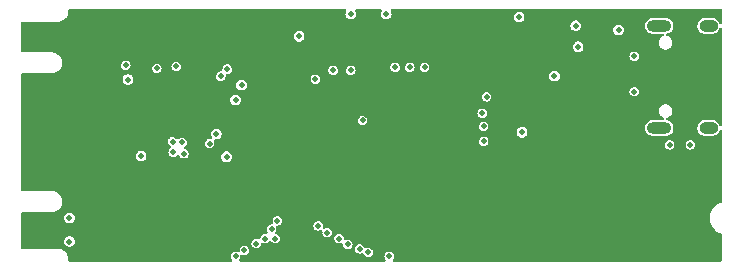
<source format=gbr>
%TF.GenerationSoftware,KiCad,Pcbnew,8.0.1*%
%TF.CreationDate,2024-04-21T19:45:24+02:00*%
%TF.ProjectId,Hypersonic_pcb,48797065-7273-46f6-9e69-635f7063622e,rev?*%
%TF.SameCoordinates,Original*%
%TF.FileFunction,Copper,L2,Inr*%
%TF.FilePolarity,Positive*%
%FSLAX46Y46*%
G04 Gerber Fmt 4.6, Leading zero omitted, Abs format (unit mm)*
G04 Created by KiCad (PCBNEW 8.0.1) date 2024-04-21 19:45:24*
%MOMM*%
%LPD*%
G01*
G04 APERTURE LIST*
%TA.AperFunction,HeatsinkPad*%
%ADD10C,0.600000*%
%TD*%
%TA.AperFunction,ComponentPad*%
%ADD11O,2.100000X1.000000*%
%TD*%
%TA.AperFunction,ComponentPad*%
%ADD12O,1.600000X1.000000*%
%TD*%
%TA.AperFunction,ViaPad*%
%ADD13C,0.500000*%
%TD*%
G04 APERTURE END LIST*
D10*
%TO.N,GND*%
%TO.C,U1*%
X125545606Y-94500000D03*
X125545606Y-93100000D03*
X124845606Y-95200000D03*
X124845606Y-93800000D03*
X124845606Y-92400000D03*
X124145606Y-94500000D03*
X124145606Y-93100000D03*
X123445606Y-95200000D03*
X123445606Y-93800000D03*
X123445606Y-92400000D03*
X122745606Y-94500000D03*
X122745606Y-93100000D03*
%TD*%
D11*
%TO.N,Net-(J1-SHIELD)*%
%TO.C,J1*%
X144370000Y-91380000D03*
D12*
X148550000Y-91380000D03*
D11*
X144370000Y-82740000D03*
D12*
X148550000Y-82740000D03*
%TD*%
D13*
%TO.N,/VBUS*%
X137298800Y-82720664D03*
X140918749Y-83081251D03*
%TO.N,GND*%
X110500000Y-86000000D03*
X94434431Y-100001735D03*
X145900000Y-90600000D03*
X142250000Y-83500000D03*
X105500000Y-93012500D03*
X141000000Y-102000000D03*
X102362500Y-92564479D03*
X94500000Y-89750000D03*
X143000000Y-100500000D03*
X96000000Y-83299999D03*
X112745604Y-87604681D03*
X142250000Y-93750000D03*
X130250000Y-92000000D03*
X94250000Y-85250000D03*
X135875000Y-102125000D03*
X93000000Y-89750000D03*
X96750000Y-89000000D03*
X110000000Y-83250000D03*
X129500000Y-94000000D03*
X142000000Y-98000000D03*
X147500000Y-95500000D03*
X129750000Y-85500000D03*
X143750000Y-96500000D03*
X103000000Y-96725000D03*
X99500000Y-93500000D03*
X111000000Y-81750000D03*
X108493750Y-86006250D03*
X130250000Y-89500000D03*
X128500000Y-88000000D03*
X133000000Y-101500000D03*
X98340765Y-86108937D03*
X122750000Y-85500000D03*
X107664124Y-92348376D03*
X100662902Y-89459458D03*
X112000000Y-82000000D03*
X133250000Y-88500000D03*
X135750000Y-83000000D03*
X118975013Y-100800036D03*
X94000000Y-83750000D03*
X109604394Y-100700000D03*
X138000000Y-86500000D03*
X111000000Y-82750000D03*
X97000000Y-86750000D03*
X95250000Y-88250000D03*
X100500000Y-96725000D03*
X115243185Y-86329635D03*
X93250000Y-91750000D03*
X138000000Y-87500000D03*
X98250000Y-87750000D03*
X103000000Y-88012500D03*
X122750000Y-81750000D03*
X98000000Y-92250000D03*
X111000000Y-85250000D03*
X98500000Y-94512500D03*
X125250000Y-87750000D03*
X105500000Y-90512500D03*
X93434431Y-101001735D03*
X116000000Y-99000000D03*
X147500000Y-98250000D03*
X93434431Y-99001735D03*
X114000000Y-81750000D03*
X148500000Y-102250000D03*
X142750000Y-81750000D03*
X100500000Y-83225000D03*
X145750000Y-83500000D03*
X111000000Y-84000000D03*
X120250000Y-90750000D03*
X117303165Y-99895966D03*
X130000000Y-101500000D03*
X97500000Y-86000000D03*
X107500000Y-84250000D03*
X112289124Y-89539124D03*
X136615979Y-84456840D03*
X149250000Y-87000000D03*
X92763689Y-94024218D03*
X135000000Y-97250000D03*
X94250000Y-86500000D03*
X142250000Y-96500000D03*
X97250000Y-91500000D03*
X98500000Y-89460508D03*
X103000000Y-90512500D03*
X104200000Y-89212500D03*
X119000000Y-85500000D03*
X96125000Y-90625000D03*
X142250000Y-95000000D03*
X93500000Y-88250000D03*
X105500000Y-88012500D03*
X117750000Y-85500000D03*
X101339637Y-95563196D03*
X137250000Y-81750000D03*
X113000000Y-83000000D03*
X142500000Y-91000000D03*
X131500000Y-83750000D03*
X124000000Y-85500000D03*
X105500000Y-94262500D03*
X142000000Y-100500000D03*
X147000000Y-81750000D03*
X103000000Y-95750000D03*
X108250000Y-83250000D03*
X133500000Y-96750000D03*
X112500000Y-100250000D03*
X126500000Y-81750000D03*
X101000000Y-92000000D03*
X116500000Y-85500000D03*
X144000000Y-100500000D03*
X96250000Y-85500000D03*
X116750000Y-95500000D03*
X135750000Y-88750000D03*
X107843264Y-101761357D03*
X130250000Y-90750000D03*
X109500000Y-86000000D03*
X103750000Y-82000000D03*
X133250000Y-89500000D03*
X135250000Y-86000000D03*
X103000000Y-83225000D03*
X120579177Y-101914588D03*
X130500000Y-81750000D03*
X105500000Y-83112499D03*
X145000000Y-102135002D03*
%TO.N,Net-(J1-CC1)*%
X142250000Y-88310000D03*
X145250000Y-92810000D03*
%TO.N,Net-(J1-CC2)*%
X142250000Y-85310000D03*
X147000000Y-92810000D03*
%TO.N,+3V3*%
X132750000Y-91750000D03*
X121250000Y-81750000D03*
X94434431Y-99001735D03*
X107738459Y-93814740D03*
X113875000Y-83625000D03*
X109000000Y-87750000D03*
X118250000Y-81750000D03*
%TO.N,+1V8*%
X106869059Y-91893441D03*
X108500000Y-89012500D03*
%TO.N,/RIGHT_LO+*%
X103205952Y-93422899D03*
%TO.N,/LEFT_LO+*%
X103163550Y-92535487D03*
%TO.N,/LEFT_LO-*%
X103975000Y-92612500D03*
%TO.N,/MICBIAS*%
X101837500Y-86350000D03*
%TO.N,/RIGHT_LO-*%
X104111536Y-93565248D03*
%TO.N,/I2C_SDA*%
X118250000Y-86500000D03*
X107779529Y-86397781D03*
%TO.N,/I2C_SCL*%
X107250000Y-87000000D03*
X116750000Y-86500000D03*
%TO.N,/CODEC_EN*%
X106300000Y-92712500D03*
X115250000Y-87250000D03*
%TO.N,A3V0*%
X100497518Y-93752482D03*
X99389585Y-87286264D03*
%TO.N,VIN*%
X132500000Y-82000000D03*
X94434431Y-101001735D03*
%TO.N,/SPI_MOSI*%
X124500000Y-86250000D03*
%TO.N,/SPI_CLK*%
X123250000Y-86250000D03*
%TO.N,/SPI_MISO*%
X122000000Y-86250000D03*
%TO.N,/IO5*%
X109250000Y-101750000D03*
X119750000Y-101925000D03*
%TO.N,/VBUS_OUT*%
X137500000Y-84500000D03*
X135500000Y-87000000D03*
%TO.N,/IO6*%
X110250000Y-101175000D03*
X119000000Y-101625000D03*
%TO.N,/IO7*%
X118000000Y-101250000D03*
X111000000Y-100750000D03*
%TO.N,/IO9*%
X116250000Y-100250000D03*
X111546752Y-99953248D03*
%TO.N,/IO8*%
X117250000Y-100750000D03*
X111842738Y-100747728D03*
%TO.N,/IO10*%
X115500000Y-99675000D03*
X112035249Y-99250000D03*
%TO.N,/IO18*%
X129750000Y-88750000D03*
%TO.N,/IO17*%
X129375000Y-90125000D03*
%TO.N,/IO16*%
X129500000Y-91250000D03*
%TO.N,/IO14*%
X119250000Y-90750000D03*
%TO.N,/IO15*%
X129500000Y-92500000D03*
%TO.N,/IO4*%
X108500000Y-102250000D03*
X121500000Y-102249994D03*
%TO.N,/MIC2L*%
X103475000Y-86177943D03*
%TO.N,/MIC2R*%
X99200000Y-86087500D03*
%TD*%
%TA.AperFunction,Conductor*%
%TO.N,GND*%
G36*
X117838914Y-81320185D02*
G01*
X117884669Y-81372989D01*
X117894613Y-81442147D01*
X117870280Y-81495427D01*
X117871913Y-81496476D01*
X117867117Y-81503938D01*
X117813302Y-81621774D01*
X117794867Y-81750000D01*
X117813302Y-81878225D01*
X117867117Y-81996061D01*
X117867118Y-81996063D01*
X117951951Y-82093967D01*
X118060931Y-82164004D01*
X118185225Y-82200499D01*
X118185227Y-82200500D01*
X118185228Y-82200500D01*
X118314773Y-82200500D01*
X118314773Y-82200499D01*
X118439069Y-82164004D01*
X118548049Y-82093967D01*
X118632882Y-81996063D01*
X118686697Y-81878226D01*
X118705133Y-81750000D01*
X118686697Y-81621774D01*
X118632882Y-81503937D01*
X118632879Y-81503934D01*
X118628087Y-81496476D01*
X118629719Y-81495426D01*
X118605387Y-81442148D01*
X118615330Y-81372989D01*
X118661085Y-81320185D01*
X118728124Y-81300500D01*
X120771875Y-81300500D01*
X120838914Y-81320185D01*
X120884669Y-81372989D01*
X120894613Y-81442147D01*
X120870280Y-81495427D01*
X120871913Y-81496476D01*
X120867117Y-81503938D01*
X120813302Y-81621774D01*
X120794867Y-81750000D01*
X120813302Y-81878225D01*
X120867117Y-81996061D01*
X120867118Y-81996063D01*
X120951951Y-82093967D01*
X121060931Y-82164004D01*
X121185225Y-82200499D01*
X121185227Y-82200500D01*
X121185228Y-82200500D01*
X121314773Y-82200500D01*
X121314773Y-82200499D01*
X121439069Y-82164004D01*
X121548049Y-82093967D01*
X121629471Y-82000000D01*
X132044867Y-82000000D01*
X132063302Y-82128225D01*
X132117117Y-82246061D01*
X132117118Y-82246063D01*
X132201951Y-82343967D01*
X132310931Y-82414004D01*
X132435225Y-82450499D01*
X132435227Y-82450500D01*
X132435228Y-82450500D01*
X132564773Y-82450500D01*
X132564773Y-82450499D01*
X132689069Y-82414004D01*
X132798049Y-82343967D01*
X132882882Y-82246063D01*
X132936697Y-82128226D01*
X132955133Y-82000000D01*
X132936697Y-81871774D01*
X132882882Y-81753937D01*
X132798049Y-81656033D01*
X132689069Y-81585996D01*
X132689065Y-81585994D01*
X132689064Y-81585994D01*
X132564774Y-81549500D01*
X132564772Y-81549500D01*
X132435228Y-81549500D01*
X132435226Y-81549500D01*
X132310935Y-81585994D01*
X132310932Y-81585995D01*
X132310931Y-81585996D01*
X132259677Y-81618934D01*
X132201950Y-81656033D01*
X132117118Y-81753937D01*
X132117117Y-81753938D01*
X132063302Y-81871774D01*
X132044867Y-82000000D01*
X121629471Y-82000000D01*
X121632882Y-81996063D01*
X121686697Y-81878226D01*
X121705133Y-81750000D01*
X121686697Y-81621774D01*
X121632882Y-81503937D01*
X121632879Y-81503934D01*
X121628087Y-81496476D01*
X121629719Y-81495426D01*
X121605387Y-81442148D01*
X121615330Y-81372989D01*
X121661085Y-81320185D01*
X121728124Y-81300500D01*
X149575500Y-81300500D01*
X149642539Y-81320185D01*
X149688294Y-81372989D01*
X149699500Y-81424500D01*
X149699500Y-82467647D01*
X149679815Y-82534686D01*
X149627011Y-82580441D01*
X149557853Y-82590385D01*
X149494297Y-82561360D01*
X149460939Y-82515100D01*
X149441283Y-82467647D01*
X149426465Y-82431873D01*
X149426463Y-82431870D01*
X149426461Y-82431866D01*
X149355276Y-82325331D01*
X149355273Y-82325327D01*
X149264672Y-82234726D01*
X149264668Y-82234723D01*
X149158133Y-82163538D01*
X149158124Y-82163533D01*
X149039744Y-82114499D01*
X149039738Y-82114497D01*
X148914071Y-82089500D01*
X148914069Y-82089500D01*
X148185931Y-82089500D01*
X148185929Y-82089500D01*
X148060261Y-82114497D01*
X148060255Y-82114499D01*
X147941875Y-82163533D01*
X147941866Y-82163538D01*
X147835331Y-82234723D01*
X147835327Y-82234726D01*
X147744726Y-82325327D01*
X147744723Y-82325331D01*
X147673538Y-82431866D01*
X147673533Y-82431875D01*
X147624499Y-82550255D01*
X147624497Y-82550261D01*
X147599500Y-82675928D01*
X147599500Y-82675931D01*
X147599500Y-82804069D01*
X147599500Y-82804071D01*
X147599499Y-82804071D01*
X147624497Y-82929738D01*
X147624499Y-82929744D01*
X147673533Y-83048124D01*
X147673538Y-83048133D01*
X147744723Y-83154668D01*
X147744726Y-83154672D01*
X147835327Y-83245273D01*
X147835331Y-83245276D01*
X147941866Y-83316461D01*
X147941872Y-83316464D01*
X147941873Y-83316465D01*
X148060256Y-83365501D01*
X148060260Y-83365501D01*
X148060261Y-83365502D01*
X148185928Y-83390500D01*
X148185931Y-83390500D01*
X148914071Y-83390500D01*
X148998615Y-83373682D01*
X149039744Y-83365501D01*
X149158127Y-83316465D01*
X149264669Y-83245276D01*
X149355276Y-83154669D01*
X149426465Y-83048127D01*
X149460939Y-82964900D01*
X149504780Y-82910496D01*
X149571074Y-82888431D01*
X149638773Y-82905710D01*
X149686384Y-82956847D01*
X149699500Y-83012352D01*
X149699500Y-91107647D01*
X149679815Y-91174686D01*
X149627011Y-91220441D01*
X149557853Y-91230385D01*
X149494297Y-91201360D01*
X149460939Y-91155100D01*
X149441283Y-91107647D01*
X149426465Y-91071873D01*
X149426463Y-91071870D01*
X149426461Y-91071866D01*
X149355276Y-90965331D01*
X149355273Y-90965327D01*
X149264672Y-90874726D01*
X149264668Y-90874723D01*
X149158133Y-90803538D01*
X149158124Y-90803533D01*
X149039744Y-90754499D01*
X149039738Y-90754497D01*
X148914071Y-90729500D01*
X148914069Y-90729500D01*
X148185931Y-90729500D01*
X148185929Y-90729500D01*
X148060261Y-90754497D01*
X148060255Y-90754499D01*
X147941875Y-90803533D01*
X147941866Y-90803538D01*
X147835331Y-90874723D01*
X147835327Y-90874726D01*
X147744726Y-90965327D01*
X147744723Y-90965331D01*
X147673538Y-91071866D01*
X147673533Y-91071875D01*
X147624499Y-91190255D01*
X147624497Y-91190261D01*
X147599500Y-91315928D01*
X147599500Y-91315931D01*
X147599500Y-91444069D01*
X147599500Y-91444071D01*
X147599499Y-91444071D01*
X147624497Y-91569738D01*
X147624499Y-91569744D01*
X147673533Y-91688124D01*
X147673538Y-91688133D01*
X147744723Y-91794668D01*
X147744726Y-91794672D01*
X147835327Y-91885273D01*
X147835331Y-91885276D01*
X147941866Y-91956461D01*
X147941875Y-91956466D01*
X147968692Y-91967574D01*
X148060256Y-92005501D01*
X148060260Y-92005501D01*
X148060261Y-92005502D01*
X148185928Y-92030500D01*
X148185931Y-92030500D01*
X148914071Y-92030500D01*
X148998615Y-92013682D01*
X149039744Y-92005501D01*
X149158127Y-91956465D01*
X149264669Y-91885276D01*
X149355276Y-91794669D01*
X149426465Y-91688127D01*
X149441284Y-91652352D01*
X149460939Y-91604900D01*
X149504780Y-91550496D01*
X149571074Y-91528431D01*
X149638773Y-91545710D01*
X149686384Y-91596847D01*
X149699500Y-91652352D01*
X149699500Y-97587547D01*
X149679815Y-97654586D01*
X149627011Y-97700341D01*
X149613819Y-97705478D01*
X149481583Y-97748444D01*
X149292179Y-97844951D01*
X149120213Y-97969890D01*
X148969890Y-98120213D01*
X148844951Y-98292179D01*
X148748444Y-98481585D01*
X148682753Y-98683760D01*
X148657293Y-98844508D01*
X148649500Y-98893713D01*
X148649500Y-99106287D01*
X148653250Y-99129961D01*
X148672262Y-99250003D01*
X148682754Y-99316243D01*
X148738674Y-99488347D01*
X148748444Y-99518414D01*
X148844951Y-99707820D01*
X148969890Y-99879786D01*
X149120213Y-100030109D01*
X149292179Y-100155048D01*
X149292181Y-100155049D01*
X149292184Y-100155051D01*
X149481588Y-100251557D01*
X149613818Y-100294521D01*
X149671494Y-100333959D01*
X149698692Y-100398317D01*
X149699500Y-100412452D01*
X149699500Y-102575500D01*
X149679815Y-102642539D01*
X149627011Y-102688294D01*
X149575500Y-102699500D01*
X121916249Y-102699500D01*
X121849210Y-102679815D01*
X121803455Y-102627011D01*
X121793511Y-102557853D01*
X121822536Y-102494297D01*
X121827918Y-102488517D01*
X121828044Y-102488342D01*
X121828050Y-102488336D01*
X121885646Y-102375298D01*
X121885646Y-102375296D01*
X121885647Y-102375295D01*
X121885647Y-102375294D01*
X121905492Y-102249997D01*
X121905492Y-102249990D01*
X121885647Y-102124693D01*
X121885647Y-102124692D01*
X121873623Y-102101094D01*
X121828050Y-102011652D01*
X121828046Y-102011648D01*
X121828045Y-102011646D01*
X121738347Y-101921948D01*
X121738344Y-101921946D01*
X121738342Y-101921944D01*
X121625304Y-101864348D01*
X121625303Y-101864347D01*
X121625300Y-101864346D01*
X121500003Y-101844502D01*
X121499997Y-101844502D01*
X121374699Y-101864346D01*
X121374698Y-101864346D01*
X121306874Y-101898905D01*
X121261658Y-101921944D01*
X121261657Y-101921945D01*
X121261652Y-101921948D01*
X121171954Y-102011646D01*
X121171951Y-102011651D01*
X121171950Y-102011652D01*
X121157002Y-102040989D01*
X121114352Y-102124692D01*
X121114352Y-102124693D01*
X121094508Y-102249990D01*
X121094508Y-102249997D01*
X121114352Y-102375294D01*
X121114352Y-102375295D01*
X121132805Y-102411511D01*
X121171950Y-102488336D01*
X121171953Y-102488339D01*
X121177689Y-102496235D01*
X121176499Y-102497099D01*
X121204917Y-102549142D01*
X121199933Y-102618834D01*
X121158061Y-102674767D01*
X121092597Y-102699184D01*
X121083751Y-102699500D01*
X108916255Y-102699500D01*
X108849216Y-102679815D01*
X108803461Y-102627011D01*
X108793517Y-102557853D01*
X108822542Y-102494297D01*
X108827916Y-102488525D01*
X108828042Y-102488349D01*
X108828050Y-102488342D01*
X108885646Y-102375304D01*
X108885646Y-102375302D01*
X108885647Y-102375301D01*
X108885647Y-102375300D01*
X108905492Y-102250003D01*
X108905492Y-102249996D01*
X108904618Y-102244478D01*
X108913573Y-102175185D01*
X108958570Y-102121733D01*
X109025321Y-102101094D01*
X109083382Y-102114595D01*
X109124696Y-102135646D01*
X109124697Y-102135646D01*
X109124699Y-102135647D01*
X109249997Y-102155492D01*
X109250000Y-102155492D01*
X109250003Y-102155492D01*
X109375300Y-102135647D01*
X109375301Y-102135647D01*
X109375302Y-102135646D01*
X109375304Y-102135646D01*
X109488342Y-102078050D01*
X109578050Y-101988342D01*
X109635646Y-101875304D01*
X109635646Y-101875302D01*
X109635647Y-101875301D01*
X109635647Y-101875300D01*
X109655492Y-101750003D01*
X109655492Y-101749996D01*
X109635647Y-101624699D01*
X109635647Y-101624698D01*
X109625516Y-101604815D01*
X109578050Y-101511658D01*
X109578046Y-101511654D01*
X109578045Y-101511652D01*
X109488347Y-101421954D01*
X109488344Y-101421952D01*
X109488342Y-101421950D01*
X109375304Y-101364354D01*
X109375303Y-101364353D01*
X109375300Y-101364352D01*
X109250003Y-101344508D01*
X109249997Y-101344508D01*
X109124699Y-101364352D01*
X109124698Y-101364352D01*
X109049337Y-101402751D01*
X109011658Y-101421950D01*
X109011657Y-101421951D01*
X109011652Y-101421954D01*
X108921954Y-101511652D01*
X108921951Y-101511657D01*
X108921950Y-101511658D01*
X108907839Y-101539352D01*
X108864352Y-101624698D01*
X108864352Y-101624699D01*
X108844508Y-101749996D01*
X108844508Y-101750001D01*
X108845383Y-101755528D01*
X108836423Y-101824821D01*
X108791424Y-101878270D01*
X108724671Y-101898905D01*
X108666613Y-101885402D01*
X108647388Y-101875606D01*
X108625303Y-101864353D01*
X108625300Y-101864352D01*
X108500003Y-101844508D01*
X108499997Y-101844508D01*
X108374699Y-101864352D01*
X108374698Y-101864352D01*
X108306886Y-101898905D01*
X108261658Y-101921950D01*
X108261657Y-101921951D01*
X108261652Y-101921954D01*
X108171954Y-102011652D01*
X108171951Y-102011657D01*
X108114352Y-102124698D01*
X108114352Y-102124699D01*
X108094508Y-102249996D01*
X108094508Y-102250003D01*
X108114352Y-102375300D01*
X108114352Y-102375301D01*
X108132805Y-102411517D01*
X108171950Y-102488342D01*
X108171953Y-102488345D01*
X108177689Y-102496241D01*
X108176497Y-102497106D01*
X108204911Y-102549142D01*
X108199927Y-102618834D01*
X108158055Y-102674767D01*
X108092591Y-102699184D01*
X108083745Y-102699500D01*
X94424500Y-102699500D01*
X94357461Y-102679815D01*
X94311706Y-102627011D01*
X94300500Y-102575500D01*
X94300500Y-102346155D01*
X94300499Y-102346153D01*
X94293436Y-102310646D01*
X94269737Y-102191503D01*
X94258950Y-102165460D01*
X94209397Y-102045827D01*
X94209390Y-102045814D01*
X94121789Y-101914711D01*
X94121786Y-101914707D01*
X94010292Y-101803213D01*
X94010288Y-101803210D01*
X93879185Y-101715609D01*
X93879172Y-101715602D01*
X93733501Y-101655264D01*
X93733489Y-101655261D01*
X93578845Y-101624500D01*
X93578842Y-101624500D01*
X93539562Y-101624500D01*
X90424500Y-101624500D01*
X90357461Y-101604815D01*
X90311706Y-101552011D01*
X90300500Y-101500500D01*
X90300500Y-101001735D01*
X93979298Y-101001735D01*
X93997733Y-101129960D01*
X94018304Y-101175003D01*
X94051549Y-101247798D01*
X94136382Y-101345702D01*
X94245362Y-101415739D01*
X94266519Y-101421951D01*
X94369656Y-101452234D01*
X94369658Y-101452235D01*
X94369659Y-101452235D01*
X94499204Y-101452235D01*
X94499204Y-101452234D01*
X94623500Y-101415739D01*
X94732480Y-101345702D01*
X94817313Y-101247798D01*
X94850558Y-101175003D01*
X109844508Y-101175003D01*
X109864352Y-101300300D01*
X109864352Y-101300301D01*
X109864354Y-101300304D01*
X109921950Y-101413342D01*
X109921952Y-101413344D01*
X109921954Y-101413347D01*
X110011652Y-101503045D01*
X110011654Y-101503046D01*
X110011658Y-101503050D01*
X110124696Y-101560646D01*
X110124697Y-101560646D01*
X110124699Y-101560647D01*
X110249997Y-101580492D01*
X110250000Y-101580492D01*
X110250003Y-101580492D01*
X110375300Y-101560647D01*
X110375301Y-101560647D01*
X110375302Y-101560646D01*
X110375304Y-101560646D01*
X110488342Y-101503050D01*
X110578050Y-101413342D01*
X110635646Y-101300304D01*
X110635646Y-101300302D01*
X110635647Y-101300301D01*
X110635647Y-101300300D01*
X110650930Y-101203805D01*
X110680859Y-101140670D01*
X110740170Y-101103738D01*
X110810032Y-101104736D01*
X110829687Y-101112712D01*
X110874696Y-101135646D01*
X110874697Y-101135646D01*
X110874699Y-101135647D01*
X110999997Y-101155492D01*
X111000000Y-101155492D01*
X111000003Y-101155492D01*
X111125300Y-101135647D01*
X111125301Y-101135647D01*
X111125302Y-101135646D01*
X111125304Y-101135646D01*
X111238342Y-101078050D01*
X111266696Y-101049696D01*
X111334824Y-100981569D01*
X111396147Y-100948084D01*
X111465839Y-100953068D01*
X111510186Y-100981569D01*
X111604390Y-101075773D01*
X111604392Y-101075774D01*
X111604396Y-101075778D01*
X111717434Y-101133374D01*
X111717435Y-101133374D01*
X111717437Y-101133375D01*
X111842735Y-101153220D01*
X111842738Y-101153220D01*
X111842741Y-101153220D01*
X111968038Y-101133375D01*
X111968039Y-101133375D01*
X111968040Y-101133374D01*
X111968042Y-101133374D01*
X112081080Y-101075778D01*
X112170788Y-100986070D01*
X112228384Y-100873032D01*
X112228384Y-100873030D01*
X112228385Y-100873029D01*
X112228385Y-100873028D01*
X112247870Y-100750003D01*
X116844508Y-100750003D01*
X116864352Y-100875300D01*
X116864352Y-100875301D01*
X116882805Y-100911517D01*
X116921950Y-100988342D01*
X116921952Y-100988344D01*
X116921954Y-100988347D01*
X117011652Y-101078045D01*
X117011654Y-101078046D01*
X117011658Y-101078050D01*
X117124696Y-101135646D01*
X117124697Y-101135646D01*
X117124699Y-101135647D01*
X117249997Y-101155492D01*
X117250000Y-101155492D01*
X117250003Y-101155492D01*
X117375300Y-101135647D01*
X117375301Y-101135646D01*
X117375304Y-101135646D01*
X117416614Y-101114597D01*
X117485279Y-101101700D01*
X117550020Y-101127974D01*
X117590279Y-101185080D01*
X117595383Y-101244470D01*
X117594508Y-101249997D01*
X117594508Y-101250003D01*
X117614352Y-101375300D01*
X117614352Y-101375301D01*
X117620139Y-101386658D01*
X117671950Y-101488342D01*
X117671952Y-101488344D01*
X117671954Y-101488347D01*
X117761652Y-101578045D01*
X117761654Y-101578046D01*
X117761658Y-101578050D01*
X117874696Y-101635646D01*
X117874697Y-101635646D01*
X117874699Y-101635647D01*
X117999997Y-101655492D01*
X118000000Y-101655492D01*
X118000003Y-101655492D01*
X118125300Y-101635647D01*
X118125301Y-101635647D01*
X118125302Y-101635646D01*
X118125304Y-101635646D01*
X118146192Y-101625003D01*
X118594508Y-101625003D01*
X118614352Y-101750300D01*
X118614352Y-101750301D01*
X118632805Y-101786517D01*
X118671950Y-101863342D01*
X118671952Y-101863344D01*
X118671954Y-101863347D01*
X118761652Y-101953045D01*
X118761654Y-101953046D01*
X118761658Y-101953050D01*
X118874696Y-102010646D01*
X118874697Y-102010646D01*
X118874699Y-102010647D01*
X118999997Y-102030492D01*
X119000000Y-102030492D01*
X119000003Y-102030492D01*
X119125300Y-102010647D01*
X119125301Y-102010646D01*
X119125304Y-102010646D01*
X119189985Y-101977688D01*
X119258649Y-101964793D01*
X119323390Y-101991068D01*
X119359258Y-102041947D01*
X119359924Y-102041609D01*
X119362281Y-102046235D01*
X119363648Y-102048174D01*
X119364206Y-102049850D01*
X119364352Y-102050299D01*
X119364353Y-102050302D01*
X119364354Y-102050304D01*
X119421950Y-102163342D01*
X119421952Y-102163344D01*
X119421954Y-102163347D01*
X119511652Y-102253045D01*
X119511654Y-102253046D01*
X119511658Y-102253050D01*
X119624696Y-102310646D01*
X119624697Y-102310646D01*
X119624699Y-102310647D01*
X119749997Y-102330492D01*
X119750000Y-102330492D01*
X119750003Y-102330492D01*
X119875300Y-102310647D01*
X119875301Y-102310647D01*
X119875302Y-102310646D01*
X119875304Y-102310646D01*
X119988342Y-102253050D01*
X120078050Y-102163342D01*
X120135646Y-102050304D01*
X120135646Y-102050302D01*
X120135647Y-102050301D01*
X120135647Y-102050300D01*
X120155492Y-101925003D01*
X120155492Y-101924996D01*
X120135647Y-101799699D01*
X120135647Y-101799698D01*
X120110479Y-101750304D01*
X120078050Y-101686658D01*
X120078046Y-101686654D01*
X120078045Y-101686652D01*
X119988347Y-101596954D01*
X119988344Y-101596952D01*
X119988342Y-101596950D01*
X119875304Y-101539354D01*
X119875303Y-101539353D01*
X119875300Y-101539352D01*
X119750003Y-101519508D01*
X119749997Y-101519508D01*
X119624699Y-101539352D01*
X119624698Y-101539352D01*
X119560017Y-101572310D01*
X119491348Y-101585206D01*
X119426607Y-101558930D01*
X119390741Y-101508052D01*
X119390076Y-101508391D01*
X119387718Y-101503764D01*
X119386350Y-101501823D01*
X119385790Y-101500142D01*
X119385646Y-101499698D01*
X119385646Y-101499696D01*
X119328050Y-101386658D01*
X119328046Y-101386654D01*
X119328045Y-101386652D01*
X119238347Y-101296954D01*
X119238344Y-101296952D01*
X119238342Y-101296950D01*
X119125304Y-101239354D01*
X119125303Y-101239353D01*
X119125300Y-101239352D01*
X119000003Y-101219508D01*
X118999997Y-101219508D01*
X118874699Y-101239352D01*
X118874698Y-101239352D01*
X118799337Y-101277751D01*
X118761658Y-101296950D01*
X118761657Y-101296951D01*
X118761652Y-101296954D01*
X118671954Y-101386652D01*
X118671951Y-101386657D01*
X118671950Y-101386658D01*
X118657132Y-101415740D01*
X118614352Y-101499698D01*
X118614352Y-101499699D01*
X118594508Y-101624996D01*
X118594508Y-101625003D01*
X118146192Y-101625003D01*
X118238342Y-101578050D01*
X118328050Y-101488342D01*
X118385646Y-101375304D01*
X118385646Y-101375302D01*
X118385647Y-101375301D01*
X118385647Y-101375300D01*
X118405492Y-101250003D01*
X118405492Y-101249996D01*
X118385647Y-101124699D01*
X118385647Y-101124698D01*
X118373929Y-101101700D01*
X118328050Y-101011658D01*
X118328046Y-101011654D01*
X118328045Y-101011652D01*
X118238347Y-100921954D01*
X118238344Y-100921952D01*
X118238342Y-100921950D01*
X118125304Y-100864354D01*
X118125303Y-100864353D01*
X118125300Y-100864352D01*
X118000003Y-100844508D01*
X117999997Y-100844508D01*
X117874699Y-100864352D01*
X117874698Y-100864352D01*
X117845518Y-100879220D01*
X117833384Y-100885403D01*
X117764717Y-100898299D01*
X117699976Y-100872023D01*
X117659719Y-100814917D01*
X117654618Y-100755520D01*
X117655492Y-100750001D01*
X117655492Y-100749996D01*
X117635647Y-100624699D01*
X117635647Y-100624698D01*
X117616810Y-100587729D01*
X117578050Y-100511658D01*
X117578046Y-100511654D01*
X117578045Y-100511652D01*
X117488347Y-100421954D01*
X117488344Y-100421952D01*
X117488342Y-100421950D01*
X117375304Y-100364354D01*
X117375303Y-100364353D01*
X117375300Y-100364352D01*
X117250003Y-100344508D01*
X117249997Y-100344508D01*
X117124699Y-100364352D01*
X117124698Y-100364352D01*
X117058040Y-100398317D01*
X117011658Y-100421950D01*
X117011657Y-100421951D01*
X117011652Y-100421954D01*
X116921954Y-100511652D01*
X116921951Y-100511657D01*
X116864352Y-100624698D01*
X116864352Y-100624699D01*
X116844508Y-100749996D01*
X116844508Y-100750003D01*
X112247870Y-100750003D01*
X112248230Y-100747731D01*
X112248230Y-100747724D01*
X112228385Y-100622427D01*
X112228385Y-100622426D01*
X112228384Y-100622424D01*
X112170788Y-100509386D01*
X112170784Y-100509382D01*
X112170783Y-100509380D01*
X112081085Y-100419682D01*
X112081082Y-100419680D01*
X112081080Y-100419678D01*
X111993984Y-100375300D01*
X111968039Y-100362080D01*
X111958758Y-100359065D01*
X111959316Y-100357344D01*
X111906808Y-100332447D01*
X111869882Y-100273132D01*
X111870886Y-100203270D01*
X111878861Y-100183623D01*
X111932398Y-100078552D01*
X111932398Y-100078550D01*
X111932399Y-100078548D01*
X111952244Y-99953251D01*
X111952244Y-99953244D01*
X111932399Y-99827947D01*
X111929383Y-99818665D01*
X111932874Y-99817530D01*
X111923360Y-99766822D01*
X111949647Y-99702086D01*
X111988079Y-99675003D01*
X115094508Y-99675003D01*
X115114352Y-99800300D01*
X115114352Y-99800301D01*
X115114354Y-99800304D01*
X115171950Y-99913342D01*
X115171952Y-99913344D01*
X115171954Y-99913347D01*
X115261652Y-100003045D01*
X115261654Y-100003046D01*
X115261658Y-100003050D01*
X115374696Y-100060646D01*
X115374697Y-100060646D01*
X115374699Y-100060647D01*
X115499997Y-100080492D01*
X115500000Y-100080492D01*
X115500003Y-100080492D01*
X115625300Y-100060647D01*
X115625302Y-100060646D01*
X115625304Y-100060646D01*
X115679534Y-100033013D01*
X115748203Y-100020117D01*
X115812944Y-100046393D01*
X115853202Y-100103499D01*
X115858303Y-100162895D01*
X115844508Y-100249996D01*
X115844508Y-100250003D01*
X115864352Y-100375300D01*
X115864352Y-100375301D01*
X115864354Y-100375304D01*
X115921950Y-100488342D01*
X115921952Y-100488344D01*
X115921954Y-100488347D01*
X116011652Y-100578045D01*
X116011654Y-100578046D01*
X116011658Y-100578050D01*
X116124696Y-100635646D01*
X116124697Y-100635646D01*
X116124699Y-100635647D01*
X116249997Y-100655492D01*
X116250000Y-100655492D01*
X116250003Y-100655492D01*
X116375300Y-100635647D01*
X116375301Y-100635647D01*
X116375302Y-100635646D01*
X116375304Y-100635646D01*
X116488342Y-100578050D01*
X116578050Y-100488342D01*
X116635646Y-100375304D01*
X116635646Y-100375302D01*
X116635647Y-100375301D01*
X116635647Y-100375300D01*
X116655492Y-100250003D01*
X116655492Y-100249996D01*
X116635647Y-100124699D01*
X116635647Y-100124698D01*
X116635646Y-100124696D01*
X116578050Y-100011658D01*
X116578046Y-100011654D01*
X116578045Y-100011652D01*
X116488347Y-99921954D01*
X116488344Y-99921952D01*
X116488342Y-99921950D01*
X116375304Y-99864354D01*
X116375303Y-99864353D01*
X116375300Y-99864352D01*
X116250003Y-99844508D01*
X116249997Y-99844508D01*
X116124699Y-99864352D01*
X116124695Y-99864354D01*
X116070463Y-99891986D01*
X116001793Y-99904882D01*
X115937053Y-99878605D01*
X115896797Y-99821498D01*
X115891696Y-99762104D01*
X115905492Y-99675000D01*
X115905492Y-99674996D01*
X115885647Y-99549699D01*
X115885647Y-99549698D01*
X115885646Y-99549696D01*
X115828050Y-99436658D01*
X115828046Y-99436654D01*
X115828045Y-99436652D01*
X115738347Y-99346954D01*
X115738344Y-99346952D01*
X115738342Y-99346950D01*
X115625304Y-99289354D01*
X115625303Y-99289353D01*
X115625300Y-99289352D01*
X115500003Y-99269508D01*
X115499997Y-99269508D01*
X115374699Y-99289352D01*
X115374698Y-99289352D01*
X115299337Y-99327751D01*
X115261658Y-99346950D01*
X115261657Y-99346951D01*
X115261652Y-99346954D01*
X115171954Y-99436652D01*
X115171951Y-99436657D01*
X115114352Y-99549698D01*
X115114352Y-99549699D01*
X115094508Y-99674996D01*
X115094508Y-99675003D01*
X111988079Y-99675003D01*
X112006760Y-99661839D01*
X112027342Y-99656743D01*
X112035244Y-99655491D01*
X112035249Y-99655492D01*
X112160553Y-99635646D01*
X112273591Y-99578050D01*
X112363299Y-99488342D01*
X112420895Y-99375304D01*
X112420895Y-99375302D01*
X112420896Y-99375301D01*
X112420896Y-99375300D01*
X112440741Y-99250003D01*
X112440741Y-99249996D01*
X112420896Y-99124699D01*
X112420896Y-99124698D01*
X112411515Y-99106287D01*
X112363299Y-99011658D01*
X112363295Y-99011654D01*
X112363294Y-99011652D01*
X112273596Y-98921954D01*
X112273593Y-98921952D01*
X112273591Y-98921950D01*
X112160553Y-98864354D01*
X112160552Y-98864353D01*
X112160549Y-98864352D01*
X112035252Y-98844508D01*
X112035246Y-98844508D01*
X111909948Y-98864352D01*
X111909947Y-98864352D01*
X111852325Y-98893713D01*
X111796907Y-98921950D01*
X111796906Y-98921951D01*
X111796901Y-98921954D01*
X111707203Y-99011652D01*
X111707200Y-99011657D01*
X111649601Y-99124698D01*
X111649601Y-99124699D01*
X111629757Y-99249996D01*
X111629757Y-99250003D01*
X111649601Y-99375300D01*
X111652618Y-99384583D01*
X111649131Y-99385715D01*
X111658636Y-99436468D01*
X111632326Y-99501194D01*
X111575199Y-99541422D01*
X111554659Y-99546503D01*
X111421450Y-99567600D01*
X111346089Y-99605999D01*
X111308410Y-99625198D01*
X111308409Y-99625199D01*
X111308404Y-99625202D01*
X111218706Y-99714900D01*
X111218703Y-99714905D01*
X111161104Y-99827946D01*
X111161104Y-99827947D01*
X111141260Y-99953244D01*
X111141260Y-99953251D01*
X111161104Y-100078548D01*
X111161104Y-100078549D01*
X111212171Y-100178772D01*
X111225067Y-100247441D01*
X111198791Y-100312182D01*
X111141684Y-100352439D01*
X111082289Y-100357541D01*
X111061240Y-100354207D01*
X111000000Y-100344508D01*
X110999998Y-100344508D01*
X110999997Y-100344508D01*
X110874699Y-100364352D01*
X110874698Y-100364352D01*
X110808040Y-100398317D01*
X110761658Y-100421950D01*
X110761657Y-100421951D01*
X110761652Y-100421954D01*
X110671954Y-100511652D01*
X110671951Y-100511657D01*
X110614352Y-100624698D01*
X110614352Y-100624699D01*
X110599069Y-100721195D01*
X110569140Y-100784330D01*
X110509828Y-100821261D01*
X110439965Y-100820263D01*
X110420302Y-100812282D01*
X110403635Y-100803789D01*
X110375303Y-100789353D01*
X110375300Y-100789352D01*
X110250003Y-100769508D01*
X110249997Y-100769508D01*
X110124699Y-100789352D01*
X110124698Y-100789352D01*
X110064034Y-100820263D01*
X110011658Y-100846950D01*
X110011657Y-100846951D01*
X110011652Y-100846954D01*
X109921954Y-100936652D01*
X109921951Y-100936657D01*
X109864352Y-101049698D01*
X109864352Y-101049699D01*
X109844508Y-101174996D01*
X109844508Y-101175003D01*
X94850558Y-101175003D01*
X94871128Y-101129961D01*
X94889564Y-101001735D01*
X94871128Y-100873509D01*
X94817313Y-100755672D01*
X94732480Y-100657768D01*
X94623500Y-100587731D01*
X94623496Y-100587729D01*
X94623495Y-100587729D01*
X94499205Y-100551235D01*
X94499203Y-100551235D01*
X94369659Y-100551235D01*
X94369657Y-100551235D01*
X94245366Y-100587729D01*
X94245363Y-100587730D01*
X94245362Y-100587731D01*
X94194108Y-100620669D01*
X94136381Y-100657768D01*
X94051549Y-100755672D01*
X94051548Y-100755673D01*
X93997733Y-100873509D01*
X93979298Y-101001735D01*
X90300500Y-101001735D01*
X90300500Y-99001735D01*
X93979298Y-99001735D01*
X93997733Y-99129960D01*
X94051548Y-99247796D01*
X94051549Y-99247798D01*
X94136382Y-99345702D01*
X94245362Y-99415739D01*
X94369656Y-99452234D01*
X94369658Y-99452235D01*
X94369659Y-99452235D01*
X94499204Y-99452235D01*
X94499204Y-99452234D01*
X94623500Y-99415739D01*
X94732480Y-99345702D01*
X94817313Y-99247798D01*
X94871128Y-99129961D01*
X94889564Y-99001735D01*
X94871128Y-98873509D01*
X94817313Y-98755672D01*
X94732480Y-98657768D01*
X94623500Y-98587731D01*
X94623496Y-98587729D01*
X94623495Y-98587729D01*
X94499205Y-98551235D01*
X94499203Y-98551235D01*
X94369659Y-98551235D01*
X94369657Y-98551235D01*
X94245366Y-98587729D01*
X94245363Y-98587730D01*
X94245362Y-98587731D01*
X94194108Y-98620669D01*
X94136381Y-98657768D01*
X94051549Y-98755672D01*
X94051548Y-98755673D01*
X93997733Y-98873509D01*
X93979298Y-99001735D01*
X90300500Y-99001735D01*
X90300500Y-98649500D01*
X90320185Y-98582461D01*
X90372989Y-98536706D01*
X90424500Y-98525500D01*
X92988693Y-98525500D01*
X92988694Y-98525499D01*
X93046682Y-98513964D01*
X93162658Y-98490896D01*
X93162661Y-98490894D01*
X93162666Y-98490894D01*
X93326547Y-98423013D01*
X93474035Y-98324464D01*
X93599464Y-98199035D01*
X93698013Y-98051547D01*
X93765894Y-97887666D01*
X93800500Y-97713691D01*
X93800500Y-97536309D01*
X93800500Y-97536306D01*
X93800499Y-97536304D01*
X93765896Y-97362341D01*
X93765893Y-97362332D01*
X93698016Y-97198459D01*
X93698009Y-97198446D01*
X93599464Y-97050965D01*
X93599461Y-97050961D01*
X93474038Y-96925538D01*
X93474034Y-96925535D01*
X93326553Y-96826990D01*
X93326540Y-96826983D01*
X93162667Y-96759106D01*
X93162658Y-96759103D01*
X92988694Y-96724500D01*
X92988691Y-96724500D01*
X92939562Y-96724500D01*
X90424500Y-96724500D01*
X90357461Y-96704815D01*
X90311706Y-96652011D01*
X90300500Y-96600500D01*
X90300500Y-93752482D01*
X100042385Y-93752482D01*
X100060820Y-93880707D01*
X100101938Y-93970740D01*
X100114636Y-93998545D01*
X100199469Y-94096449D01*
X100308449Y-94166486D01*
X100432743Y-94202981D01*
X100432745Y-94202982D01*
X100432746Y-94202982D01*
X100562291Y-94202982D01*
X100562291Y-94202981D01*
X100686587Y-94166486D01*
X100795567Y-94096449D01*
X100880400Y-93998545D01*
X100934215Y-93880708D01*
X100952651Y-93752482D01*
X100934215Y-93624256D01*
X100880400Y-93506419D01*
X100795567Y-93408515D01*
X100686587Y-93338478D01*
X100686583Y-93338476D01*
X100686582Y-93338476D01*
X100562292Y-93301982D01*
X100562290Y-93301982D01*
X100432746Y-93301982D01*
X100432744Y-93301982D01*
X100308453Y-93338476D01*
X100308450Y-93338477D01*
X100308449Y-93338478D01*
X100257195Y-93371416D01*
X100199468Y-93408515D01*
X100114636Y-93506419D01*
X100114635Y-93506420D01*
X100060820Y-93624256D01*
X100042385Y-93752482D01*
X90300500Y-93752482D01*
X90300500Y-92535490D01*
X102758058Y-92535490D01*
X102777902Y-92660787D01*
X102777902Y-92660788D01*
X102777904Y-92660791D01*
X102835500Y-92773829D01*
X102835502Y-92773831D01*
X102835504Y-92773834D01*
X102925202Y-92863532D01*
X102925204Y-92863533D01*
X102925208Y-92863537D01*
X102956973Y-92879722D01*
X103007768Y-92927696D01*
X103024563Y-92995517D01*
X103002025Y-93061652D01*
X102973562Y-93090525D01*
X102967605Y-93094852D01*
X102877906Y-93184551D01*
X102877904Y-93184555D01*
X102877902Y-93184557D01*
X102862237Y-93215301D01*
X102820304Y-93297597D01*
X102820304Y-93297598D01*
X102800460Y-93422895D01*
X102800460Y-93422902D01*
X102820304Y-93548199D01*
X102820304Y-93548200D01*
X102838757Y-93584416D01*
X102877902Y-93661241D01*
X102877904Y-93661243D01*
X102877906Y-93661246D01*
X102967604Y-93750944D01*
X102967606Y-93750945D01*
X102967610Y-93750949D01*
X103080648Y-93808545D01*
X103080649Y-93808545D01*
X103080651Y-93808546D01*
X103205949Y-93828391D01*
X103205952Y-93828391D01*
X103205955Y-93828391D01*
X103331252Y-93808546D01*
X103331253Y-93808546D01*
X103331254Y-93808545D01*
X103331256Y-93808545D01*
X103444294Y-93750949D01*
X103530545Y-93664697D01*
X103591866Y-93631214D01*
X103661558Y-93636198D01*
X103717492Y-93678069D01*
X103728705Y-93696078D01*
X103783486Y-93803590D01*
X103783488Y-93803592D01*
X103783490Y-93803595D01*
X103873188Y-93893293D01*
X103873190Y-93893294D01*
X103873194Y-93893298D01*
X103986232Y-93950894D01*
X103986233Y-93950894D01*
X103986235Y-93950895D01*
X104111533Y-93970740D01*
X104111536Y-93970740D01*
X104111539Y-93970740D01*
X104236836Y-93950895D01*
X104236837Y-93950895D01*
X104236838Y-93950894D01*
X104236840Y-93950894D01*
X104349878Y-93893298D01*
X104428436Y-93814740D01*
X107283326Y-93814740D01*
X107301761Y-93942965D01*
X107305383Y-93950895D01*
X107355577Y-94060803D01*
X107440410Y-94158707D01*
X107549390Y-94228744D01*
X107673684Y-94265239D01*
X107673686Y-94265240D01*
X107673687Y-94265240D01*
X107803232Y-94265240D01*
X107803232Y-94265239D01*
X107927528Y-94228744D01*
X108036508Y-94158707D01*
X108121341Y-94060803D01*
X108175156Y-93942966D01*
X108193592Y-93814740D01*
X108175156Y-93686514D01*
X108121341Y-93568677D01*
X108036508Y-93470773D01*
X107927528Y-93400736D01*
X107927524Y-93400734D01*
X107927523Y-93400734D01*
X107803233Y-93364240D01*
X107803231Y-93364240D01*
X107673687Y-93364240D01*
X107673685Y-93364240D01*
X107549394Y-93400734D01*
X107549391Y-93400735D01*
X107549390Y-93400736D01*
X107537286Y-93408515D01*
X107440409Y-93470773D01*
X107355577Y-93568677D01*
X107355576Y-93568678D01*
X107301761Y-93686514D01*
X107283326Y-93814740D01*
X104428436Y-93814740D01*
X104439586Y-93803590D01*
X104497182Y-93690552D01*
X104497182Y-93690550D01*
X104497183Y-93690549D01*
X104497183Y-93690548D01*
X104517028Y-93565251D01*
X104517028Y-93565244D01*
X104497183Y-93439947D01*
X104497183Y-93439946D01*
X104497182Y-93439944D01*
X104439586Y-93326906D01*
X104439582Y-93326902D01*
X104439581Y-93326900D01*
X104349883Y-93237202D01*
X104349880Y-93237200D01*
X104349878Y-93237198D01*
X104246561Y-93184555D01*
X104236837Y-93179600D01*
X104227556Y-93176585D01*
X104228043Y-93175085D01*
X104174802Y-93149845D01*
X104137871Y-93090533D01*
X104138869Y-93020671D01*
X104177480Y-92962438D01*
X104201034Y-92946821D01*
X104213342Y-92940550D01*
X104303050Y-92850842D01*
X104360646Y-92737804D01*
X104360646Y-92737802D01*
X104360647Y-92737801D01*
X104360647Y-92737800D01*
X104364654Y-92712503D01*
X105894508Y-92712503D01*
X105914352Y-92837800D01*
X105914352Y-92837801D01*
X105927463Y-92863532D01*
X105971950Y-92950842D01*
X105971952Y-92950844D01*
X105971954Y-92950847D01*
X106061652Y-93040545D01*
X106061654Y-93040546D01*
X106061658Y-93040550D01*
X106174696Y-93098146D01*
X106174697Y-93098146D01*
X106174699Y-93098147D01*
X106299997Y-93117992D01*
X106300000Y-93117992D01*
X106300003Y-93117992D01*
X106425300Y-93098147D01*
X106425301Y-93098147D01*
X106425302Y-93098146D01*
X106425304Y-93098146D01*
X106538342Y-93040550D01*
X106628050Y-92950842D01*
X106685646Y-92837804D01*
X106685646Y-92837802D01*
X106685647Y-92837801D01*
X106685647Y-92837800D01*
X106705492Y-92712503D01*
X106705492Y-92712496D01*
X106685647Y-92587199D01*
X106685646Y-92587196D01*
X106659299Y-92535487D01*
X106649623Y-92516498D01*
X106646525Y-92500003D01*
X129094508Y-92500003D01*
X129114352Y-92625300D01*
X129114352Y-92625301D01*
X129114354Y-92625304D01*
X129171950Y-92738342D01*
X129171952Y-92738344D01*
X129171954Y-92738347D01*
X129261652Y-92828045D01*
X129261654Y-92828046D01*
X129261658Y-92828050D01*
X129374696Y-92885646D01*
X129374697Y-92885646D01*
X129374699Y-92885647D01*
X129499997Y-92905492D01*
X129500000Y-92905492D01*
X129500003Y-92905492D01*
X129625300Y-92885647D01*
X129625301Y-92885647D01*
X129625302Y-92885646D01*
X129625304Y-92885646D01*
X129738342Y-92828050D01*
X129756389Y-92810003D01*
X144844508Y-92810003D01*
X144864352Y-92935300D01*
X144864352Y-92935301D01*
X144878398Y-92962867D01*
X144921950Y-93048342D01*
X144921952Y-93048344D01*
X144921954Y-93048347D01*
X145011652Y-93138045D01*
X145011654Y-93138046D01*
X145011658Y-93138050D01*
X145124696Y-93195646D01*
X145124697Y-93195646D01*
X145124699Y-93195647D01*
X145249997Y-93215492D01*
X145250000Y-93215492D01*
X145250003Y-93215492D01*
X145375300Y-93195647D01*
X145375301Y-93195647D01*
X145375302Y-93195646D01*
X145375304Y-93195646D01*
X145488342Y-93138050D01*
X145578050Y-93048342D01*
X145635646Y-92935304D01*
X145635646Y-92935302D01*
X145635647Y-92935301D01*
X145635647Y-92935300D01*
X145655492Y-92810003D01*
X146594508Y-92810003D01*
X146614352Y-92935300D01*
X146614352Y-92935301D01*
X146628398Y-92962867D01*
X146671950Y-93048342D01*
X146671952Y-93048344D01*
X146671954Y-93048347D01*
X146761652Y-93138045D01*
X146761654Y-93138046D01*
X146761658Y-93138050D01*
X146874696Y-93195646D01*
X146874697Y-93195646D01*
X146874699Y-93195647D01*
X146999997Y-93215492D01*
X147000000Y-93215492D01*
X147000003Y-93215492D01*
X147125300Y-93195647D01*
X147125301Y-93195647D01*
X147125302Y-93195646D01*
X147125304Y-93195646D01*
X147238342Y-93138050D01*
X147328050Y-93048342D01*
X147385646Y-92935304D01*
X147385646Y-92935302D01*
X147385647Y-92935301D01*
X147385647Y-92935300D01*
X147405492Y-92810003D01*
X147405492Y-92809996D01*
X147385647Y-92684699D01*
X147385647Y-92684698D01*
X147385646Y-92684696D01*
X147328050Y-92571658D01*
X147328046Y-92571654D01*
X147328045Y-92571652D01*
X147238347Y-92481954D01*
X147238344Y-92481952D01*
X147238342Y-92481950D01*
X147125304Y-92424354D01*
X147125303Y-92424353D01*
X147125300Y-92424352D01*
X147000003Y-92404508D01*
X146999997Y-92404508D01*
X146874699Y-92424352D01*
X146874698Y-92424352D01*
X146799337Y-92462751D01*
X146761658Y-92481950D01*
X146761657Y-92481951D01*
X146761652Y-92481954D01*
X146671954Y-92571652D01*
X146671951Y-92571657D01*
X146671950Y-92571658D01*
X146652751Y-92609337D01*
X146614352Y-92684698D01*
X146614352Y-92684699D01*
X146594508Y-92809996D01*
X146594508Y-92810003D01*
X145655492Y-92810003D01*
X145655492Y-92809996D01*
X145635647Y-92684699D01*
X145635647Y-92684698D01*
X145635646Y-92684696D01*
X145578050Y-92571658D01*
X145578046Y-92571654D01*
X145578045Y-92571652D01*
X145488347Y-92481954D01*
X145488344Y-92481952D01*
X145488342Y-92481950D01*
X145375304Y-92424354D01*
X145375303Y-92424353D01*
X145375300Y-92424352D01*
X145250003Y-92404508D01*
X145249997Y-92404508D01*
X145124699Y-92424352D01*
X145124698Y-92424352D01*
X145049337Y-92462751D01*
X145011658Y-92481950D01*
X145011657Y-92481951D01*
X145011652Y-92481954D01*
X144921954Y-92571652D01*
X144921951Y-92571657D01*
X144921950Y-92571658D01*
X144902751Y-92609337D01*
X144864352Y-92684698D01*
X144864352Y-92684699D01*
X144844508Y-92809996D01*
X144844508Y-92810003D01*
X129756389Y-92810003D01*
X129828050Y-92738342D01*
X129885646Y-92625304D01*
X129885646Y-92625302D01*
X129885647Y-92625301D01*
X129885647Y-92625300D01*
X129905492Y-92500003D01*
X129905492Y-92499996D01*
X129885647Y-92374699D01*
X129885647Y-92374698D01*
X129869410Y-92342832D01*
X129828050Y-92261658D01*
X129828046Y-92261654D01*
X129828045Y-92261652D01*
X129738347Y-92171954D01*
X129738344Y-92171952D01*
X129738342Y-92171950D01*
X129625304Y-92114354D01*
X129625303Y-92114353D01*
X129625300Y-92114352D01*
X129500003Y-92094508D01*
X129499997Y-92094508D01*
X129374699Y-92114352D01*
X129374698Y-92114352D01*
X129305053Y-92149839D01*
X129261658Y-92171950D01*
X129261657Y-92171951D01*
X129261652Y-92171954D01*
X129171954Y-92261652D01*
X129171951Y-92261657D01*
X129171950Y-92261658D01*
X129160335Y-92284454D01*
X129114352Y-92374698D01*
X129114352Y-92374699D01*
X129094508Y-92499996D01*
X129094508Y-92500003D01*
X106646525Y-92500003D01*
X106636727Y-92447831D01*
X106663003Y-92383090D01*
X106720109Y-92342832D01*
X106789914Y-92339840D01*
X106795043Y-92341227D01*
X106804286Y-92343941D01*
X106804287Y-92343941D01*
X106933832Y-92343941D01*
X106933832Y-92343940D01*
X107058128Y-92307445D01*
X107167108Y-92237408D01*
X107251941Y-92139504D01*
X107305756Y-92021667D01*
X107324192Y-91893441D01*
X107305756Y-91765215D01*
X107298807Y-91750000D01*
X132294867Y-91750000D01*
X132313302Y-91878225D01*
X132349032Y-91956461D01*
X132367118Y-91996063D01*
X132451951Y-92093967D01*
X132560931Y-92164004D01*
X132587997Y-92171951D01*
X132685225Y-92200499D01*
X132685227Y-92200500D01*
X132685228Y-92200500D01*
X132814773Y-92200500D01*
X132814773Y-92200499D01*
X132939069Y-92164004D01*
X133048049Y-92093967D01*
X133132882Y-91996063D01*
X133186697Y-91878226D01*
X133205133Y-91750000D01*
X133186697Y-91621774D01*
X133132882Y-91503937D01*
X133081009Y-91444071D01*
X143169499Y-91444071D01*
X143194497Y-91569738D01*
X143194499Y-91569744D01*
X143243533Y-91688124D01*
X143243538Y-91688133D01*
X143314723Y-91794668D01*
X143314726Y-91794672D01*
X143405327Y-91885273D01*
X143405331Y-91885276D01*
X143511866Y-91956461D01*
X143511875Y-91956466D01*
X143538692Y-91967574D01*
X143630256Y-92005501D01*
X143630260Y-92005501D01*
X143630261Y-92005502D01*
X143755928Y-92030500D01*
X143755931Y-92030500D01*
X144984071Y-92030500D01*
X145068615Y-92013682D01*
X145109744Y-92005501D01*
X145228127Y-91956465D01*
X145334669Y-91885276D01*
X145425276Y-91794669D01*
X145496465Y-91688127D01*
X145545501Y-91569744D01*
X145558591Y-91503937D01*
X145570500Y-91444071D01*
X145570500Y-91315928D01*
X145545502Y-91190261D01*
X145545501Y-91190260D01*
X145545501Y-91190256D01*
X145496465Y-91071873D01*
X145496464Y-91071872D01*
X145496461Y-91071866D01*
X145425276Y-90965331D01*
X145425273Y-90965327D01*
X145334672Y-90874726D01*
X145334668Y-90874723D01*
X145228133Y-90803538D01*
X145228124Y-90803533D01*
X145109744Y-90754499D01*
X145109739Y-90754497D01*
X145063929Y-90745385D01*
X145002019Y-90712999D01*
X144967445Y-90652283D01*
X144971186Y-90582513D01*
X145012053Y-90525842D01*
X145056027Y-90503994D01*
X145122135Y-90486281D01*
X145253365Y-90410515D01*
X145360515Y-90303365D01*
X145436281Y-90172135D01*
X145475500Y-90025766D01*
X145475500Y-89874234D01*
X145436281Y-89727865D01*
X145360515Y-89596635D01*
X145253365Y-89489485D01*
X145187750Y-89451602D01*
X145122136Y-89413719D01*
X145048950Y-89394109D01*
X144975766Y-89374500D01*
X144824234Y-89374500D01*
X144677863Y-89413719D01*
X144546635Y-89489485D01*
X144546632Y-89489487D01*
X144439487Y-89596632D01*
X144439485Y-89596635D01*
X144363719Y-89727863D01*
X144324500Y-89874234D01*
X144324500Y-90025765D01*
X144363719Y-90172136D01*
X144401602Y-90237750D01*
X144439485Y-90303365D01*
X144546635Y-90410515D01*
X144677863Y-90486280D01*
X144677865Y-90486281D01*
X144685369Y-90489389D01*
X144684650Y-90491124D01*
X144735453Y-90522091D01*
X144765981Y-90584938D01*
X144757686Y-90654314D01*
X144713200Y-90708191D01*
X144646648Y-90729465D01*
X144643698Y-90729500D01*
X143755929Y-90729500D01*
X143630261Y-90754497D01*
X143630255Y-90754499D01*
X143511875Y-90803533D01*
X143511866Y-90803538D01*
X143405331Y-90874723D01*
X143405327Y-90874726D01*
X143314726Y-90965327D01*
X143314723Y-90965331D01*
X143243538Y-91071866D01*
X143243533Y-91071875D01*
X143194499Y-91190255D01*
X143194497Y-91190261D01*
X143169500Y-91315928D01*
X143169500Y-91315931D01*
X143169500Y-91444069D01*
X143169500Y-91444071D01*
X143169499Y-91444071D01*
X133081009Y-91444071D01*
X133048049Y-91406033D01*
X132939069Y-91335996D01*
X132939065Y-91335994D01*
X132939064Y-91335994D01*
X132814774Y-91299500D01*
X132814772Y-91299500D01*
X132685228Y-91299500D01*
X132685226Y-91299500D01*
X132560935Y-91335994D01*
X132560932Y-91335995D01*
X132560931Y-91335996D01*
X132509677Y-91368934D01*
X132451950Y-91406033D01*
X132367118Y-91503937D01*
X132367117Y-91503938D01*
X132313302Y-91621774D01*
X132294867Y-91750000D01*
X107298807Y-91750000D01*
X107251941Y-91647378D01*
X107167108Y-91549474D01*
X107058128Y-91479437D01*
X107058124Y-91479435D01*
X107058123Y-91479435D01*
X106933833Y-91442941D01*
X106933831Y-91442941D01*
X106804287Y-91442941D01*
X106804285Y-91442941D01*
X106679994Y-91479435D01*
X106679991Y-91479436D01*
X106679990Y-91479437D01*
X106666134Y-91488342D01*
X106571009Y-91549474D01*
X106486177Y-91647378D01*
X106486176Y-91647379D01*
X106432361Y-91765215D01*
X106413926Y-91893441D01*
X106432361Y-92021666D01*
X106487195Y-92141734D01*
X106497139Y-92210893D01*
X106468114Y-92274449D01*
X106409336Y-92312223D01*
X106355004Y-92315719D01*
X106300003Y-92307008D01*
X106299997Y-92307008D01*
X106174699Y-92326852D01*
X106174698Y-92326852D01*
X106111818Y-92358892D01*
X106061658Y-92384450D01*
X106061657Y-92384451D01*
X106061652Y-92384454D01*
X105971954Y-92474152D01*
X105971951Y-92474157D01*
X105971950Y-92474158D01*
X105958785Y-92499996D01*
X105914352Y-92587198D01*
X105914352Y-92587199D01*
X105894508Y-92712496D01*
X105894508Y-92712503D01*
X104364654Y-92712503D01*
X104380492Y-92612503D01*
X104380492Y-92612496D01*
X104360647Y-92487199D01*
X104360647Y-92487198D01*
X104357975Y-92481954D01*
X104303050Y-92374158D01*
X104303046Y-92374154D01*
X104303045Y-92374152D01*
X104213347Y-92284454D01*
X104213344Y-92284452D01*
X104213342Y-92284450D01*
X104100304Y-92226854D01*
X104100303Y-92226853D01*
X104100300Y-92226852D01*
X103975003Y-92207008D01*
X103974997Y-92207008D01*
X103849699Y-92226852D01*
X103849698Y-92226852D01*
X103774337Y-92265251D01*
X103736658Y-92284450D01*
X103736657Y-92284451D01*
X103736652Y-92284454D01*
X103690713Y-92330393D01*
X103629390Y-92363877D01*
X103559698Y-92358892D01*
X103503765Y-92317020D01*
X103492550Y-92299010D01*
X103491600Y-92297145D01*
X103491597Y-92297142D01*
X103491595Y-92297139D01*
X103401897Y-92207441D01*
X103401894Y-92207439D01*
X103401892Y-92207437D01*
X103288854Y-92149841D01*
X103288853Y-92149840D01*
X103288850Y-92149839D01*
X103163553Y-92129995D01*
X103163547Y-92129995D01*
X103038249Y-92149839D01*
X103038248Y-92149839D01*
X102962887Y-92188238D01*
X102925208Y-92207437D01*
X102925207Y-92207438D01*
X102925202Y-92207441D01*
X102835504Y-92297139D01*
X102835501Y-92297144D01*
X102835500Y-92297145D01*
X102818559Y-92330393D01*
X102777902Y-92410185D01*
X102777902Y-92410186D01*
X102758058Y-92535483D01*
X102758058Y-92535490D01*
X90300500Y-92535490D01*
X90300500Y-91250003D01*
X129094508Y-91250003D01*
X129114352Y-91375300D01*
X129114352Y-91375301D01*
X129114354Y-91375304D01*
X129171950Y-91488342D01*
X129171952Y-91488344D01*
X129171954Y-91488347D01*
X129261652Y-91578045D01*
X129261654Y-91578046D01*
X129261658Y-91578050D01*
X129374696Y-91635646D01*
X129374697Y-91635646D01*
X129374699Y-91635647D01*
X129499997Y-91655492D01*
X129500000Y-91655492D01*
X129500003Y-91655492D01*
X129625300Y-91635647D01*
X129625301Y-91635647D01*
X129625302Y-91635646D01*
X129625304Y-91635646D01*
X129738342Y-91578050D01*
X129828050Y-91488342D01*
X129885646Y-91375304D01*
X129885646Y-91375302D01*
X129885647Y-91375301D01*
X129885647Y-91375300D01*
X129905492Y-91250003D01*
X129905492Y-91249996D01*
X129885647Y-91124699D01*
X129885647Y-91124698D01*
X129876959Y-91107647D01*
X129828050Y-91011658D01*
X129828046Y-91011654D01*
X129828045Y-91011652D01*
X129738347Y-90921954D01*
X129738344Y-90921952D01*
X129738342Y-90921950D01*
X129625304Y-90864354D01*
X129625303Y-90864353D01*
X129625300Y-90864352D01*
X129500003Y-90844508D01*
X129499997Y-90844508D01*
X129374699Y-90864352D01*
X129374698Y-90864352D01*
X129299337Y-90902751D01*
X129261658Y-90921950D01*
X129261657Y-90921951D01*
X129261652Y-90921954D01*
X129171954Y-91011652D01*
X129171951Y-91011657D01*
X129114352Y-91124698D01*
X129114352Y-91124699D01*
X129094508Y-91249996D01*
X129094508Y-91250003D01*
X90300500Y-91250003D01*
X90300500Y-90750003D01*
X118844508Y-90750003D01*
X118864352Y-90875300D01*
X118864352Y-90875301D01*
X118864354Y-90875304D01*
X118921950Y-90988342D01*
X118921952Y-90988344D01*
X118921954Y-90988347D01*
X119011652Y-91078045D01*
X119011654Y-91078046D01*
X119011658Y-91078050D01*
X119124696Y-91135646D01*
X119124697Y-91135646D01*
X119124699Y-91135647D01*
X119249997Y-91155492D01*
X119250000Y-91155492D01*
X119250003Y-91155492D01*
X119375300Y-91135647D01*
X119375301Y-91135647D01*
X119375302Y-91135646D01*
X119375304Y-91135646D01*
X119488342Y-91078050D01*
X119578050Y-90988342D01*
X119635646Y-90875304D01*
X119635646Y-90875302D01*
X119635647Y-90875301D01*
X119635647Y-90875300D01*
X119655492Y-90750003D01*
X119655492Y-90749996D01*
X119635647Y-90624699D01*
X119635647Y-90624698D01*
X119615388Y-90584938D01*
X119578050Y-90511658D01*
X119578046Y-90511654D01*
X119578045Y-90511652D01*
X119488347Y-90421954D01*
X119488344Y-90421952D01*
X119488342Y-90421950D01*
X119375304Y-90364354D01*
X119375303Y-90364353D01*
X119375300Y-90364352D01*
X119250003Y-90344508D01*
X119249997Y-90344508D01*
X119124699Y-90364352D01*
X119124698Y-90364352D01*
X119049337Y-90402751D01*
X119011658Y-90421950D01*
X119011657Y-90421951D01*
X119011652Y-90421954D01*
X118921954Y-90511652D01*
X118921951Y-90511657D01*
X118864352Y-90624698D01*
X118864352Y-90624699D01*
X118844508Y-90749996D01*
X118844508Y-90750003D01*
X90300500Y-90750003D01*
X90300500Y-90125003D01*
X128969508Y-90125003D01*
X128989352Y-90250300D01*
X128989352Y-90250301D01*
X128989354Y-90250304D01*
X129046950Y-90363342D01*
X129046952Y-90363344D01*
X129046954Y-90363347D01*
X129136652Y-90453045D01*
X129136654Y-90453046D01*
X129136658Y-90453050D01*
X129249696Y-90510646D01*
X129249697Y-90510646D01*
X129249699Y-90510647D01*
X129374997Y-90530492D01*
X129375000Y-90530492D01*
X129375003Y-90530492D01*
X129500300Y-90510647D01*
X129500301Y-90510647D01*
X129500302Y-90510646D01*
X129500304Y-90510646D01*
X129613342Y-90453050D01*
X129703050Y-90363342D01*
X129760646Y-90250304D01*
X129760646Y-90250302D01*
X129760647Y-90250301D01*
X129760647Y-90250300D01*
X129780492Y-90125003D01*
X129780492Y-90124996D01*
X129760647Y-89999699D01*
X129760647Y-89999698D01*
X129760646Y-89999696D01*
X129703050Y-89886658D01*
X129703046Y-89886654D01*
X129703045Y-89886652D01*
X129613347Y-89796954D01*
X129613344Y-89796952D01*
X129613342Y-89796950D01*
X129500304Y-89739354D01*
X129500303Y-89739353D01*
X129500300Y-89739352D01*
X129375003Y-89719508D01*
X129374997Y-89719508D01*
X129249699Y-89739352D01*
X129249698Y-89739352D01*
X129174337Y-89777751D01*
X129136658Y-89796950D01*
X129136657Y-89796951D01*
X129136652Y-89796954D01*
X129046954Y-89886652D01*
X129046951Y-89886657D01*
X128989352Y-89999698D01*
X128989352Y-89999699D01*
X128969508Y-90124996D01*
X128969508Y-90125003D01*
X90300500Y-90125003D01*
X90300500Y-89012500D01*
X108044867Y-89012500D01*
X108063302Y-89140725D01*
X108070046Y-89155492D01*
X108117118Y-89258563D01*
X108201951Y-89356467D01*
X108310931Y-89426504D01*
X108435225Y-89462999D01*
X108435227Y-89463000D01*
X108435228Y-89463000D01*
X108564773Y-89463000D01*
X108564773Y-89462999D01*
X108689069Y-89426504D01*
X108798049Y-89356467D01*
X108882882Y-89258563D01*
X108936697Y-89140726D01*
X108955133Y-89012500D01*
X108936697Y-88884274D01*
X108882882Y-88766437D01*
X108868642Y-88750003D01*
X129344508Y-88750003D01*
X129364352Y-88875300D01*
X129364352Y-88875301D01*
X129364354Y-88875304D01*
X129421950Y-88988342D01*
X129421952Y-88988344D01*
X129421954Y-88988347D01*
X129511652Y-89078045D01*
X129511654Y-89078046D01*
X129511658Y-89078050D01*
X129624696Y-89135646D01*
X129624697Y-89135646D01*
X129624699Y-89135647D01*
X129749997Y-89155492D01*
X129750000Y-89155492D01*
X129750003Y-89155492D01*
X129875300Y-89135647D01*
X129875301Y-89135647D01*
X129875302Y-89135646D01*
X129875304Y-89135646D01*
X129988342Y-89078050D01*
X130078050Y-88988342D01*
X130135646Y-88875304D01*
X130135646Y-88875302D01*
X130135647Y-88875301D01*
X130135647Y-88875300D01*
X130155492Y-88750003D01*
X130155492Y-88749996D01*
X130135647Y-88624699D01*
X130135647Y-88624698D01*
X130122295Y-88598494D01*
X130078050Y-88511658D01*
X130078046Y-88511654D01*
X130078045Y-88511652D01*
X129988347Y-88421954D01*
X129988344Y-88421952D01*
X129988342Y-88421950D01*
X129875304Y-88364354D01*
X129875303Y-88364353D01*
X129875300Y-88364352D01*
X129750003Y-88344508D01*
X129749997Y-88344508D01*
X129624699Y-88364352D01*
X129624698Y-88364352D01*
X129549337Y-88402751D01*
X129511658Y-88421950D01*
X129511657Y-88421951D01*
X129511652Y-88421954D01*
X129421954Y-88511652D01*
X129421951Y-88511657D01*
X129364352Y-88624698D01*
X129364352Y-88624699D01*
X129344508Y-88749996D01*
X129344508Y-88750003D01*
X108868642Y-88750003D01*
X108798049Y-88668533D01*
X108689069Y-88598496D01*
X108689065Y-88598494D01*
X108689064Y-88598494D01*
X108564774Y-88562000D01*
X108564772Y-88562000D01*
X108435228Y-88562000D01*
X108435226Y-88562000D01*
X108310935Y-88598494D01*
X108310932Y-88598495D01*
X108310931Y-88598496D01*
X108270163Y-88624696D01*
X108201950Y-88668533D01*
X108117118Y-88766437D01*
X108117117Y-88766438D01*
X108063302Y-88884274D01*
X108044867Y-89012500D01*
X90300500Y-89012500D01*
X90300500Y-88310003D01*
X141844508Y-88310003D01*
X141864352Y-88435300D01*
X141864352Y-88435301D01*
X141864354Y-88435304D01*
X141921950Y-88548342D01*
X141921952Y-88548344D01*
X141921954Y-88548347D01*
X142011652Y-88638045D01*
X142011654Y-88638046D01*
X142011658Y-88638050D01*
X142124696Y-88695646D01*
X142124697Y-88695646D01*
X142124699Y-88695647D01*
X142249997Y-88715492D01*
X142250000Y-88715492D01*
X142250003Y-88715492D01*
X142375300Y-88695647D01*
X142375301Y-88695647D01*
X142375302Y-88695646D01*
X142375304Y-88695646D01*
X142488342Y-88638050D01*
X142578050Y-88548342D01*
X142635646Y-88435304D01*
X142635646Y-88435302D01*
X142635647Y-88435301D01*
X142635647Y-88435300D01*
X142655492Y-88310003D01*
X142655492Y-88309996D01*
X142635647Y-88184699D01*
X142635647Y-88184698D01*
X142625103Y-88164004D01*
X142578050Y-88071658D01*
X142578046Y-88071654D01*
X142578045Y-88071652D01*
X142488347Y-87981954D01*
X142488344Y-87981952D01*
X142488342Y-87981950D01*
X142375304Y-87924354D01*
X142375303Y-87924353D01*
X142375300Y-87924352D01*
X142250003Y-87904508D01*
X142249997Y-87904508D01*
X142124699Y-87924352D01*
X142124698Y-87924352D01*
X142049337Y-87962751D01*
X142011658Y-87981950D01*
X142011657Y-87981951D01*
X142011652Y-87981954D01*
X141921954Y-88071652D01*
X141921951Y-88071657D01*
X141921950Y-88071658D01*
X141910583Y-88093967D01*
X141864352Y-88184698D01*
X141864352Y-88184699D01*
X141844508Y-88309996D01*
X141844508Y-88310003D01*
X90300500Y-88310003D01*
X90300500Y-87750000D01*
X108544867Y-87750000D01*
X108563302Y-87878225D01*
X108617117Y-87996061D01*
X108617118Y-87996063D01*
X108701951Y-88093967D01*
X108810931Y-88164004D01*
X108935225Y-88200499D01*
X108935227Y-88200500D01*
X108935228Y-88200500D01*
X109064773Y-88200500D01*
X109064773Y-88200499D01*
X109189069Y-88164004D01*
X109298049Y-88093967D01*
X109382882Y-87996063D01*
X109436697Y-87878226D01*
X109455133Y-87750000D01*
X109436697Y-87621774D01*
X109382882Y-87503937D01*
X109298049Y-87406033D01*
X109189069Y-87335996D01*
X109189065Y-87335994D01*
X109189064Y-87335994D01*
X109064774Y-87299500D01*
X109064772Y-87299500D01*
X108935228Y-87299500D01*
X108935226Y-87299500D01*
X108810935Y-87335994D01*
X108810932Y-87335995D01*
X108810931Y-87335996D01*
X108759677Y-87368934D01*
X108701950Y-87406033D01*
X108617118Y-87503937D01*
X108617117Y-87503938D01*
X108563302Y-87621774D01*
X108544867Y-87750000D01*
X90300500Y-87750000D01*
X90300500Y-87286264D01*
X98934452Y-87286264D01*
X98952887Y-87414489D01*
X98993738Y-87503938D01*
X99006703Y-87532327D01*
X99091536Y-87630231D01*
X99200516Y-87700268D01*
X99324810Y-87736763D01*
X99324812Y-87736764D01*
X99324813Y-87736764D01*
X99454358Y-87736764D01*
X99454358Y-87736763D01*
X99578654Y-87700268D01*
X99687634Y-87630231D01*
X99772467Y-87532327D01*
X99826282Y-87414490D01*
X99844718Y-87286264D01*
X99826282Y-87158038D01*
X99772467Y-87040201D01*
X99737636Y-87000003D01*
X106844508Y-87000003D01*
X106864352Y-87125300D01*
X106864352Y-87125301D01*
X106881033Y-87158038D01*
X106921950Y-87238342D01*
X106921952Y-87238344D01*
X106921954Y-87238347D01*
X107011652Y-87328045D01*
X107011654Y-87328046D01*
X107011658Y-87328050D01*
X107124696Y-87385646D01*
X107124697Y-87385646D01*
X107124699Y-87385647D01*
X107249997Y-87405492D01*
X107250000Y-87405492D01*
X107250003Y-87405492D01*
X107375300Y-87385647D01*
X107375301Y-87385647D01*
X107375302Y-87385646D01*
X107375304Y-87385646D01*
X107488342Y-87328050D01*
X107566389Y-87250003D01*
X114844508Y-87250003D01*
X114864352Y-87375300D01*
X114864352Y-87375301D01*
X114869624Y-87385647D01*
X114921950Y-87488342D01*
X114921952Y-87488344D01*
X114921954Y-87488347D01*
X115011652Y-87578045D01*
X115011654Y-87578046D01*
X115011658Y-87578050D01*
X115124696Y-87635646D01*
X115124697Y-87635646D01*
X115124699Y-87635647D01*
X115249997Y-87655492D01*
X115250000Y-87655492D01*
X115250003Y-87655492D01*
X115375300Y-87635647D01*
X115375301Y-87635647D01*
X115375302Y-87635646D01*
X115375304Y-87635646D01*
X115488342Y-87578050D01*
X115578050Y-87488342D01*
X115635646Y-87375304D01*
X115635646Y-87375302D01*
X115635647Y-87375301D01*
X115635647Y-87375300D01*
X115655492Y-87250003D01*
X115655492Y-87249996D01*
X115635647Y-87124699D01*
X115635647Y-87124698D01*
X115635646Y-87124696D01*
X115578050Y-87011658D01*
X115578046Y-87011654D01*
X115578045Y-87011652D01*
X115566393Y-87000000D01*
X135044867Y-87000000D01*
X135063302Y-87128225D01*
X135113592Y-87238342D01*
X135117118Y-87246063D01*
X135201951Y-87343967D01*
X135310931Y-87414004D01*
X135435225Y-87450499D01*
X135435227Y-87450500D01*
X135435228Y-87450500D01*
X135564773Y-87450500D01*
X135564773Y-87450499D01*
X135689069Y-87414004D01*
X135798049Y-87343967D01*
X135882882Y-87246063D01*
X135936697Y-87128226D01*
X135955133Y-87000000D01*
X135936697Y-86871774D01*
X135882882Y-86753937D01*
X135798049Y-86656033D01*
X135689069Y-86585996D01*
X135689065Y-86585994D01*
X135689064Y-86585994D01*
X135564774Y-86549500D01*
X135564772Y-86549500D01*
X135435228Y-86549500D01*
X135435226Y-86549500D01*
X135310935Y-86585994D01*
X135310932Y-86585995D01*
X135310931Y-86585996D01*
X135266808Y-86614352D01*
X135201950Y-86656033D01*
X135117118Y-86753937D01*
X135117117Y-86753938D01*
X135063302Y-86871774D01*
X135044867Y-87000000D01*
X115566393Y-87000000D01*
X115488347Y-86921954D01*
X115488344Y-86921952D01*
X115488342Y-86921950D01*
X115375304Y-86864354D01*
X115375303Y-86864353D01*
X115375300Y-86864352D01*
X115250003Y-86844508D01*
X115249997Y-86844508D01*
X115124699Y-86864352D01*
X115124698Y-86864352D01*
X115055718Y-86899500D01*
X115011658Y-86921950D01*
X115011657Y-86921951D01*
X115011652Y-86921954D01*
X114921954Y-87011652D01*
X114921951Y-87011657D01*
X114864352Y-87124698D01*
X114864352Y-87124699D01*
X114844508Y-87249996D01*
X114844508Y-87250003D01*
X107566389Y-87250003D01*
X107578050Y-87238342D01*
X107635646Y-87125304D01*
X107635646Y-87125302D01*
X107635647Y-87125301D01*
X107635647Y-87125300D01*
X107655492Y-87000003D01*
X107655492Y-86999999D01*
X107647039Y-86946631D01*
X107655993Y-86877337D01*
X107700989Y-86823885D01*
X107767741Y-86803245D01*
X107769770Y-86803390D01*
X107769770Y-86803273D01*
X107779532Y-86803273D01*
X107904829Y-86783428D01*
X107904830Y-86783428D01*
X107904831Y-86783427D01*
X107904833Y-86783427D01*
X108017871Y-86725831D01*
X108107579Y-86636123D01*
X108165175Y-86523085D01*
X108165175Y-86523083D01*
X108165176Y-86523082D01*
X108165176Y-86523081D01*
X108168831Y-86500003D01*
X116344508Y-86500003D01*
X116364352Y-86625300D01*
X116364352Y-86625301D01*
X116369869Y-86636128D01*
X116421950Y-86738342D01*
X116421952Y-86738344D01*
X116421954Y-86738347D01*
X116511652Y-86828045D01*
X116511654Y-86828046D01*
X116511658Y-86828050D01*
X116624696Y-86885646D01*
X116624697Y-86885646D01*
X116624699Y-86885647D01*
X116749997Y-86905492D01*
X116750000Y-86905492D01*
X116750003Y-86905492D01*
X116875300Y-86885647D01*
X116875301Y-86885647D01*
X116875302Y-86885646D01*
X116875304Y-86885646D01*
X116988342Y-86828050D01*
X117078050Y-86738342D01*
X117135646Y-86625304D01*
X117135646Y-86625302D01*
X117135647Y-86625301D01*
X117135647Y-86625300D01*
X117155492Y-86500003D01*
X117844508Y-86500003D01*
X117864352Y-86625300D01*
X117864352Y-86625301D01*
X117869869Y-86636128D01*
X117921950Y-86738342D01*
X117921952Y-86738344D01*
X117921954Y-86738347D01*
X118011652Y-86828045D01*
X118011654Y-86828046D01*
X118011658Y-86828050D01*
X118124696Y-86885646D01*
X118124697Y-86885646D01*
X118124699Y-86885647D01*
X118249997Y-86905492D01*
X118250000Y-86905492D01*
X118250003Y-86905492D01*
X118375300Y-86885647D01*
X118375301Y-86885647D01*
X118375302Y-86885646D01*
X118375304Y-86885646D01*
X118488342Y-86828050D01*
X118578050Y-86738342D01*
X118635646Y-86625304D01*
X118635646Y-86625302D01*
X118635647Y-86625301D01*
X118635647Y-86625300D01*
X118655492Y-86500003D01*
X118655492Y-86499996D01*
X118635647Y-86374699D01*
X118635647Y-86374698D01*
X118623064Y-86350003D01*
X118578050Y-86261658D01*
X118578046Y-86261654D01*
X118578045Y-86261652D01*
X118566396Y-86250003D01*
X121594508Y-86250003D01*
X121614352Y-86375300D01*
X121614352Y-86375301D01*
X121625808Y-86397784D01*
X121671950Y-86488342D01*
X121671952Y-86488344D01*
X121671954Y-86488347D01*
X121761652Y-86578045D01*
X121761654Y-86578046D01*
X121761658Y-86578050D01*
X121874696Y-86635646D01*
X121874697Y-86635646D01*
X121874699Y-86635647D01*
X121999997Y-86655492D01*
X122000000Y-86655492D01*
X122000003Y-86655492D01*
X122125300Y-86635647D01*
X122125301Y-86635647D01*
X122125302Y-86635646D01*
X122125304Y-86635646D01*
X122238342Y-86578050D01*
X122328050Y-86488342D01*
X122385646Y-86375304D01*
X122385646Y-86375302D01*
X122385647Y-86375301D01*
X122385647Y-86375300D01*
X122405492Y-86250003D01*
X122844508Y-86250003D01*
X122864352Y-86375300D01*
X122864352Y-86375301D01*
X122875808Y-86397784D01*
X122921950Y-86488342D01*
X122921952Y-86488344D01*
X122921954Y-86488347D01*
X123011652Y-86578045D01*
X123011654Y-86578046D01*
X123011658Y-86578050D01*
X123124696Y-86635646D01*
X123124697Y-86635646D01*
X123124699Y-86635647D01*
X123249997Y-86655492D01*
X123250000Y-86655492D01*
X123250003Y-86655492D01*
X123375300Y-86635647D01*
X123375301Y-86635647D01*
X123375302Y-86635646D01*
X123375304Y-86635646D01*
X123488342Y-86578050D01*
X123578050Y-86488342D01*
X123635646Y-86375304D01*
X123635646Y-86375302D01*
X123635647Y-86375301D01*
X123635647Y-86375300D01*
X123655492Y-86250003D01*
X124094508Y-86250003D01*
X124114352Y-86375300D01*
X124114352Y-86375301D01*
X124125808Y-86397784D01*
X124171950Y-86488342D01*
X124171952Y-86488344D01*
X124171954Y-86488347D01*
X124261652Y-86578045D01*
X124261654Y-86578046D01*
X124261658Y-86578050D01*
X124374696Y-86635646D01*
X124374697Y-86635646D01*
X124374699Y-86635647D01*
X124499997Y-86655492D01*
X124500000Y-86655492D01*
X124500003Y-86655492D01*
X124625300Y-86635647D01*
X124625301Y-86635647D01*
X124625302Y-86635646D01*
X124625304Y-86635646D01*
X124738342Y-86578050D01*
X124828050Y-86488342D01*
X124885646Y-86375304D01*
X124885646Y-86375302D01*
X124885647Y-86375301D01*
X124885647Y-86375300D01*
X124905492Y-86250003D01*
X124905492Y-86249996D01*
X124885647Y-86124699D01*
X124885647Y-86124698D01*
X124866695Y-86087503D01*
X124828050Y-86011658D01*
X124828046Y-86011654D01*
X124828045Y-86011652D01*
X124738347Y-85921954D01*
X124738344Y-85921952D01*
X124738342Y-85921950D01*
X124625304Y-85864354D01*
X124625303Y-85864353D01*
X124625300Y-85864352D01*
X124500003Y-85844508D01*
X124499997Y-85844508D01*
X124374699Y-85864352D01*
X124374698Y-85864352D01*
X124299337Y-85902751D01*
X124261658Y-85921950D01*
X124261657Y-85921951D01*
X124261652Y-85921954D01*
X124171954Y-86011652D01*
X124171951Y-86011657D01*
X124171950Y-86011658D01*
X124166704Y-86021954D01*
X124114352Y-86124698D01*
X124114352Y-86124699D01*
X124094508Y-86249996D01*
X124094508Y-86250003D01*
X123655492Y-86250003D01*
X123655492Y-86249996D01*
X123635647Y-86124699D01*
X123635647Y-86124698D01*
X123616695Y-86087503D01*
X123578050Y-86011658D01*
X123578046Y-86011654D01*
X123578045Y-86011652D01*
X123488347Y-85921954D01*
X123488344Y-85921952D01*
X123488342Y-85921950D01*
X123375304Y-85864354D01*
X123375303Y-85864353D01*
X123375300Y-85864352D01*
X123250003Y-85844508D01*
X123249997Y-85844508D01*
X123124699Y-85864352D01*
X123124698Y-85864352D01*
X123049337Y-85902751D01*
X123011658Y-85921950D01*
X123011657Y-85921951D01*
X123011652Y-85921954D01*
X122921954Y-86011652D01*
X122921951Y-86011657D01*
X122921950Y-86011658D01*
X122916704Y-86021954D01*
X122864352Y-86124698D01*
X122864352Y-86124699D01*
X122844508Y-86249996D01*
X122844508Y-86250003D01*
X122405492Y-86250003D01*
X122405492Y-86249996D01*
X122385647Y-86124699D01*
X122385647Y-86124698D01*
X122366695Y-86087503D01*
X122328050Y-86011658D01*
X122328046Y-86011654D01*
X122328045Y-86011652D01*
X122238347Y-85921954D01*
X122238344Y-85921952D01*
X122238342Y-85921950D01*
X122125304Y-85864354D01*
X122125303Y-85864353D01*
X122125300Y-85864352D01*
X122000003Y-85844508D01*
X121999997Y-85844508D01*
X121874699Y-85864352D01*
X121874698Y-85864352D01*
X121799337Y-85902751D01*
X121761658Y-85921950D01*
X121761657Y-85921951D01*
X121761652Y-85921954D01*
X121671954Y-86011652D01*
X121671951Y-86011657D01*
X121671950Y-86011658D01*
X121666704Y-86021954D01*
X121614352Y-86124698D01*
X121614352Y-86124699D01*
X121594508Y-86249996D01*
X121594508Y-86250003D01*
X118566396Y-86250003D01*
X118488347Y-86171954D01*
X118488344Y-86171952D01*
X118488342Y-86171950D01*
X118375304Y-86114354D01*
X118375303Y-86114353D01*
X118375300Y-86114352D01*
X118250003Y-86094508D01*
X118249997Y-86094508D01*
X118124699Y-86114352D01*
X118124698Y-86114352D01*
X118049337Y-86152751D01*
X118011658Y-86171950D01*
X118011657Y-86171951D01*
X118011652Y-86171954D01*
X117921954Y-86261652D01*
X117921951Y-86261657D01*
X117921950Y-86261658D01*
X117916436Y-86272480D01*
X117864352Y-86374698D01*
X117864352Y-86374699D01*
X117844508Y-86499996D01*
X117844508Y-86500003D01*
X117155492Y-86500003D01*
X117155492Y-86499996D01*
X117135647Y-86374699D01*
X117135647Y-86374698D01*
X117123064Y-86350003D01*
X117078050Y-86261658D01*
X117078046Y-86261654D01*
X117078045Y-86261652D01*
X116988347Y-86171954D01*
X116988344Y-86171952D01*
X116988342Y-86171950D01*
X116875304Y-86114354D01*
X116875303Y-86114353D01*
X116875300Y-86114352D01*
X116750003Y-86094508D01*
X116749997Y-86094508D01*
X116624699Y-86114352D01*
X116624698Y-86114352D01*
X116549337Y-86152751D01*
X116511658Y-86171950D01*
X116511657Y-86171951D01*
X116511652Y-86171954D01*
X116421954Y-86261652D01*
X116421951Y-86261657D01*
X116421950Y-86261658D01*
X116416436Y-86272480D01*
X116364352Y-86374698D01*
X116364352Y-86374699D01*
X116344508Y-86499996D01*
X116344508Y-86500003D01*
X108168831Y-86500003D01*
X108185021Y-86397784D01*
X108185021Y-86397777D01*
X108165176Y-86272480D01*
X108165176Y-86272479D01*
X108145845Y-86234540D01*
X108107579Y-86159439D01*
X108107575Y-86159435D01*
X108107574Y-86159433D01*
X108017876Y-86069735D01*
X108017873Y-86069733D01*
X108017871Y-86069731D01*
X107904833Y-86012135D01*
X107904832Y-86012134D01*
X107904829Y-86012133D01*
X107779532Y-85992289D01*
X107779526Y-85992289D01*
X107654228Y-86012133D01*
X107654227Y-86012133D01*
X107578866Y-86050532D01*
X107541187Y-86069731D01*
X107541186Y-86069732D01*
X107541181Y-86069735D01*
X107451483Y-86159433D01*
X107451480Y-86159438D01*
X107451479Y-86159439D01*
X107443805Y-86174500D01*
X107393881Y-86272479D01*
X107393881Y-86272480D01*
X107374037Y-86397777D01*
X107374037Y-86397778D01*
X107374037Y-86397781D01*
X107376968Y-86416285D01*
X107382490Y-86451151D01*
X107373534Y-86520444D01*
X107328537Y-86573896D01*
X107261786Y-86594535D01*
X107259759Y-86594392D01*
X107259759Y-86594508D01*
X107249997Y-86594508D01*
X107124699Y-86614352D01*
X107124698Y-86614352D01*
X107049337Y-86652751D01*
X107011658Y-86671950D01*
X107011657Y-86671951D01*
X107011652Y-86671954D01*
X106921954Y-86761652D01*
X106921951Y-86761657D01*
X106921950Y-86761658D01*
X106902751Y-86799337D01*
X106864352Y-86874698D01*
X106864352Y-86874699D01*
X106844508Y-86999996D01*
X106844508Y-87000003D01*
X99737636Y-87000003D01*
X99687634Y-86942297D01*
X99578654Y-86872260D01*
X99578650Y-86872258D01*
X99578649Y-86872258D01*
X99454359Y-86835764D01*
X99454357Y-86835764D01*
X99324813Y-86835764D01*
X99324811Y-86835764D01*
X99200520Y-86872258D01*
X99200517Y-86872259D01*
X99200516Y-86872260D01*
X99158130Y-86899500D01*
X99091535Y-86942297D01*
X99006703Y-87040201D01*
X99006702Y-87040202D01*
X98952887Y-87158038D01*
X98934452Y-87286264D01*
X90300500Y-87286264D01*
X90300500Y-86899500D01*
X90320185Y-86832461D01*
X90372989Y-86786706D01*
X90424500Y-86775500D01*
X92988693Y-86775500D01*
X92988694Y-86775499D01*
X93058309Y-86761652D01*
X93162658Y-86740896D01*
X93162661Y-86740894D01*
X93162666Y-86740894D01*
X93302535Y-86682958D01*
X93326540Y-86673016D01*
X93326540Y-86673015D01*
X93326547Y-86673013D01*
X93474035Y-86574464D01*
X93599464Y-86449035D01*
X93698013Y-86301547D01*
X93765894Y-86137666D01*
X93768474Y-86124699D01*
X93775873Y-86087503D01*
X98794508Y-86087503D01*
X98814352Y-86212800D01*
X98814352Y-86212801D01*
X98814354Y-86212804D01*
X98871950Y-86325842D01*
X98871952Y-86325844D01*
X98871954Y-86325847D01*
X98961652Y-86415545D01*
X98961654Y-86415546D01*
X98961658Y-86415550D01*
X99074696Y-86473146D01*
X99074697Y-86473146D01*
X99074699Y-86473147D01*
X99199997Y-86492992D01*
X99200000Y-86492992D01*
X99200003Y-86492992D01*
X99325300Y-86473147D01*
X99325301Y-86473147D01*
X99325302Y-86473146D01*
X99325304Y-86473146D01*
X99438342Y-86415550D01*
X99503889Y-86350003D01*
X101432008Y-86350003D01*
X101451852Y-86475300D01*
X101451852Y-86475301D01*
X101464435Y-86499996D01*
X101509450Y-86588342D01*
X101509452Y-86588344D01*
X101509454Y-86588347D01*
X101599152Y-86678045D01*
X101599154Y-86678046D01*
X101599158Y-86678050D01*
X101712196Y-86735646D01*
X101712197Y-86735646D01*
X101712199Y-86735647D01*
X101837497Y-86755492D01*
X101837500Y-86755492D01*
X101837503Y-86755492D01*
X101962800Y-86735647D01*
X101962801Y-86735647D01*
X101962802Y-86735646D01*
X101962804Y-86735646D01*
X102075842Y-86678050D01*
X102165550Y-86588342D01*
X102223146Y-86475304D01*
X102223146Y-86475302D01*
X102223147Y-86475301D01*
X102223147Y-86475300D01*
X102242992Y-86350003D01*
X102242992Y-86349996D01*
X102223147Y-86224699D01*
X102223147Y-86224698D01*
X102217085Y-86212801D01*
X102199325Y-86177946D01*
X103069508Y-86177946D01*
X103089352Y-86303243D01*
X103089352Y-86303244D01*
X103089354Y-86303247D01*
X103146950Y-86416285D01*
X103146952Y-86416287D01*
X103146954Y-86416290D01*
X103236652Y-86505988D01*
X103236654Y-86505989D01*
X103236658Y-86505993D01*
X103349696Y-86563589D01*
X103349697Y-86563589D01*
X103349699Y-86563590D01*
X103474997Y-86583435D01*
X103475000Y-86583435D01*
X103475003Y-86583435D01*
X103600300Y-86563590D01*
X103600301Y-86563590D01*
X103600302Y-86563589D01*
X103600304Y-86563589D01*
X103713342Y-86505993D01*
X103803050Y-86416285D01*
X103860646Y-86303247D01*
X103860646Y-86303245D01*
X103860647Y-86303244D01*
X103860647Y-86303243D01*
X103880492Y-86177946D01*
X103880492Y-86177939D01*
X103860647Y-86052642D01*
X103860647Y-86052641D01*
X103845011Y-86021954D01*
X103803050Y-85939601D01*
X103803046Y-85939597D01*
X103803045Y-85939595D01*
X103713347Y-85849897D01*
X103713344Y-85849895D01*
X103713342Y-85849893D01*
X103600304Y-85792297D01*
X103600303Y-85792296D01*
X103600300Y-85792295D01*
X103475003Y-85772451D01*
X103474997Y-85772451D01*
X103349699Y-85792295D01*
X103349698Y-85792295D01*
X103274337Y-85830694D01*
X103236658Y-85849893D01*
X103236657Y-85849894D01*
X103236652Y-85849897D01*
X103146954Y-85939595D01*
X103146951Y-85939600D01*
X103146950Y-85939601D01*
X103134339Y-85964352D01*
X103089352Y-86052641D01*
X103089352Y-86052642D01*
X103069508Y-86177939D01*
X103069508Y-86177946D01*
X102199325Y-86177946D01*
X102165550Y-86111658D01*
X102165546Y-86111654D01*
X102165545Y-86111652D01*
X102075847Y-86021954D01*
X102075844Y-86021952D01*
X102075842Y-86021950D01*
X101962804Y-85964354D01*
X101962803Y-85964353D01*
X101962800Y-85964352D01*
X101837503Y-85944508D01*
X101837497Y-85944508D01*
X101712199Y-85964352D01*
X101712198Y-85964352D01*
X101636837Y-86002751D01*
X101599158Y-86021950D01*
X101599157Y-86021951D01*
X101599152Y-86021954D01*
X101509454Y-86111652D01*
X101509451Y-86111657D01*
X101509450Y-86111658D01*
X101496202Y-86137658D01*
X101451852Y-86224698D01*
X101451852Y-86224699D01*
X101432008Y-86349996D01*
X101432008Y-86350003D01*
X99503889Y-86350003D01*
X99528050Y-86325842D01*
X99585646Y-86212804D01*
X99585646Y-86212802D01*
X99585647Y-86212801D01*
X99585647Y-86212800D01*
X99605492Y-86087503D01*
X99605492Y-86087496D01*
X99585647Y-85962199D01*
X99585647Y-85962198D01*
X99574133Y-85939601D01*
X99528050Y-85849158D01*
X99528046Y-85849154D01*
X99528045Y-85849152D01*
X99438347Y-85759454D01*
X99438344Y-85759452D01*
X99438342Y-85759450D01*
X99325304Y-85701854D01*
X99325303Y-85701853D01*
X99325300Y-85701852D01*
X99200003Y-85682008D01*
X99199997Y-85682008D01*
X99074699Y-85701852D01*
X99074698Y-85701852D01*
X98999337Y-85740251D01*
X98961658Y-85759450D01*
X98961657Y-85759451D01*
X98961652Y-85759454D01*
X98871954Y-85849152D01*
X98871951Y-85849157D01*
X98871950Y-85849158D01*
X98858783Y-85875000D01*
X98814352Y-85962198D01*
X98814352Y-85962199D01*
X98794508Y-86087496D01*
X98794508Y-86087503D01*
X93775873Y-86087503D01*
X93800368Y-85964354D01*
X93800500Y-85963691D01*
X93800500Y-85786309D01*
X93800500Y-85786306D01*
X93800499Y-85786304D01*
X93765896Y-85612341D01*
X93765893Y-85612332D01*
X93698016Y-85448459D01*
X93698009Y-85448446D01*
X93605503Y-85310003D01*
X141844508Y-85310003D01*
X141864352Y-85435300D01*
X141864352Y-85435301D01*
X141871057Y-85448459D01*
X141921950Y-85548342D01*
X141921952Y-85548344D01*
X141921954Y-85548347D01*
X142011652Y-85638045D01*
X142011654Y-85638046D01*
X142011658Y-85638050D01*
X142124696Y-85695646D01*
X142124697Y-85695646D01*
X142124699Y-85695647D01*
X142249997Y-85715492D01*
X142250000Y-85715492D01*
X142250003Y-85715492D01*
X142375300Y-85695647D01*
X142375301Y-85695647D01*
X142375302Y-85695646D01*
X142375304Y-85695646D01*
X142488342Y-85638050D01*
X142578050Y-85548342D01*
X142635646Y-85435304D01*
X142635646Y-85435302D01*
X142635647Y-85435301D01*
X142635647Y-85435300D01*
X142655492Y-85310003D01*
X142655492Y-85309996D01*
X142635647Y-85184699D01*
X142635647Y-85184698D01*
X142630978Y-85175535D01*
X142578050Y-85071658D01*
X142578046Y-85071654D01*
X142578045Y-85071652D01*
X142488347Y-84981954D01*
X142488344Y-84981952D01*
X142488342Y-84981950D01*
X142375304Y-84924354D01*
X142375303Y-84924353D01*
X142375300Y-84924352D01*
X142250003Y-84904508D01*
X142249997Y-84904508D01*
X142124699Y-84924352D01*
X142124698Y-84924352D01*
X142064913Y-84954815D01*
X142011658Y-84981950D01*
X142011657Y-84981951D01*
X142011652Y-84981954D01*
X141921954Y-85071652D01*
X141921951Y-85071657D01*
X141921950Y-85071658D01*
X141902751Y-85109337D01*
X141864352Y-85184698D01*
X141864352Y-85184699D01*
X141844508Y-85309996D01*
X141844508Y-85310003D01*
X93605503Y-85310003D01*
X93599464Y-85300965D01*
X93599461Y-85300961D01*
X93474038Y-85175538D01*
X93474034Y-85175535D01*
X93326553Y-85076990D01*
X93326540Y-85076983D01*
X93162667Y-85009106D01*
X93162658Y-85009103D01*
X92988694Y-84974500D01*
X92988691Y-84974500D01*
X92939562Y-84974500D01*
X90424500Y-84974500D01*
X90357461Y-84954815D01*
X90311706Y-84902011D01*
X90300500Y-84850500D01*
X90300500Y-84500000D01*
X137044867Y-84500000D01*
X137063302Y-84628225D01*
X137064348Y-84630515D01*
X137117118Y-84746063D01*
X137201951Y-84843967D01*
X137310931Y-84914004D01*
X137346174Y-84924352D01*
X137435225Y-84950499D01*
X137435227Y-84950500D01*
X137435228Y-84950500D01*
X137564773Y-84950500D01*
X137564773Y-84950499D01*
X137689069Y-84914004D01*
X137798049Y-84843967D01*
X137882882Y-84746063D01*
X137936697Y-84628226D01*
X137955133Y-84500000D01*
X137936697Y-84371774D01*
X137882882Y-84253937D01*
X137798049Y-84156033D01*
X137689069Y-84085996D01*
X137689065Y-84085994D01*
X137689064Y-84085994D01*
X137564774Y-84049500D01*
X137564772Y-84049500D01*
X137435228Y-84049500D01*
X137435226Y-84049500D01*
X137310935Y-84085994D01*
X137310932Y-84085995D01*
X137310931Y-84085996D01*
X137259677Y-84118934D01*
X137201950Y-84156033D01*
X137117118Y-84253937D01*
X137117117Y-84253938D01*
X137063302Y-84371774D01*
X137044867Y-84500000D01*
X90300500Y-84500000D01*
X90300500Y-83625000D01*
X113419867Y-83625000D01*
X113438302Y-83753225D01*
X113467260Y-83816632D01*
X113492118Y-83871063D01*
X113576951Y-83968967D01*
X113685931Y-84039004D01*
X113810225Y-84075499D01*
X113810227Y-84075500D01*
X113810228Y-84075500D01*
X113939773Y-84075500D01*
X113939773Y-84075499D01*
X114064069Y-84039004D01*
X114173049Y-83968967D01*
X114257882Y-83871063D01*
X114311697Y-83753226D01*
X114330133Y-83625000D01*
X114311697Y-83496774D01*
X114257882Y-83378937D01*
X114173049Y-83281033D01*
X114064069Y-83210996D01*
X114064065Y-83210994D01*
X114064064Y-83210994D01*
X113939774Y-83174500D01*
X113939772Y-83174500D01*
X113810228Y-83174500D01*
X113810226Y-83174500D01*
X113685935Y-83210994D01*
X113685932Y-83210995D01*
X113685931Y-83210996D01*
X113634677Y-83243934D01*
X113576950Y-83281033D01*
X113492118Y-83378937D01*
X113492117Y-83378938D01*
X113438302Y-83496774D01*
X113419867Y-83625000D01*
X90300500Y-83625000D01*
X90300500Y-82720664D01*
X136843667Y-82720664D01*
X136862102Y-82848889D01*
X136880161Y-82888431D01*
X136915918Y-82966727D01*
X137000751Y-83064631D01*
X137109731Y-83134668D01*
X137234025Y-83171163D01*
X137234027Y-83171164D01*
X137234028Y-83171164D01*
X137363573Y-83171164D01*
X137363573Y-83171163D01*
X137487869Y-83134668D01*
X137570988Y-83081251D01*
X140463616Y-83081251D01*
X140482051Y-83209476D01*
X140530912Y-83316465D01*
X140535867Y-83327314D01*
X140620700Y-83425218D01*
X140729680Y-83495255D01*
X140853974Y-83531750D01*
X140853976Y-83531751D01*
X140853977Y-83531751D01*
X140983522Y-83531751D01*
X140983522Y-83531750D01*
X141107818Y-83495255D01*
X141216798Y-83425218D01*
X141301631Y-83327314D01*
X141355446Y-83209477D01*
X141373882Y-83081251D01*
X141355446Y-82953025D01*
X141301631Y-82835188D01*
X141274668Y-82804071D01*
X143169499Y-82804071D01*
X143194497Y-82929738D01*
X143194499Y-82929744D01*
X143243533Y-83048124D01*
X143243538Y-83048133D01*
X143314723Y-83154668D01*
X143314726Y-83154672D01*
X143405327Y-83245273D01*
X143405331Y-83245276D01*
X143511866Y-83316461D01*
X143511872Y-83316464D01*
X143511873Y-83316465D01*
X143630256Y-83365501D01*
X143630260Y-83365501D01*
X143630261Y-83365502D01*
X143755928Y-83390500D01*
X144643698Y-83390500D01*
X144710737Y-83410185D01*
X144756492Y-83462989D01*
X144766436Y-83532147D01*
X144737411Y-83595703D01*
X144684890Y-83629455D01*
X144685369Y-83630611D01*
X144678966Y-83633262D01*
X144678633Y-83633477D01*
X144678061Y-83633637D01*
X144677865Y-83633718D01*
X144546635Y-83709485D01*
X144546632Y-83709487D01*
X144439487Y-83816632D01*
X144439485Y-83816635D01*
X144363719Y-83947863D01*
X144339298Y-84039005D01*
X144324500Y-84094234D01*
X144324500Y-84245766D01*
X144326690Y-84253938D01*
X144363719Y-84392136D01*
X144401602Y-84457750D01*
X144439485Y-84523365D01*
X144546635Y-84630515D01*
X144677865Y-84706281D01*
X144824234Y-84745500D01*
X144824236Y-84745500D01*
X144975764Y-84745500D01*
X144975766Y-84745500D01*
X145122135Y-84706281D01*
X145253365Y-84630515D01*
X145360515Y-84523365D01*
X145436281Y-84392135D01*
X145475500Y-84245766D01*
X145475500Y-84094234D01*
X145436281Y-83947865D01*
X145360515Y-83816635D01*
X145253365Y-83709485D01*
X145122135Y-83633719D01*
X145056027Y-83616005D01*
X144996368Y-83579641D01*
X144965839Y-83516793D01*
X144974134Y-83447418D01*
X145018619Y-83393540D01*
X145063931Y-83374614D01*
X145109744Y-83365501D01*
X145228127Y-83316465D01*
X145334669Y-83245276D01*
X145425276Y-83154669D01*
X145496465Y-83048127D01*
X145545501Y-82929744D01*
X145570500Y-82804069D01*
X145570500Y-82675931D01*
X145570500Y-82675928D01*
X145545502Y-82550261D01*
X145545501Y-82550260D01*
X145545501Y-82550256D01*
X145496465Y-82431873D01*
X145496464Y-82431872D01*
X145496461Y-82431866D01*
X145425276Y-82325331D01*
X145425273Y-82325327D01*
X145334672Y-82234726D01*
X145334668Y-82234723D01*
X145228133Y-82163538D01*
X145228124Y-82163533D01*
X145109744Y-82114499D01*
X145109738Y-82114497D01*
X144984071Y-82089500D01*
X144984069Y-82089500D01*
X143755931Y-82089500D01*
X143755929Y-82089500D01*
X143630261Y-82114497D01*
X143630255Y-82114499D01*
X143511875Y-82163533D01*
X143511866Y-82163538D01*
X143405331Y-82234723D01*
X143405327Y-82234726D01*
X143314726Y-82325327D01*
X143314723Y-82325331D01*
X143243538Y-82431866D01*
X143243533Y-82431875D01*
X143194499Y-82550255D01*
X143194497Y-82550261D01*
X143169500Y-82675928D01*
X143169500Y-82675931D01*
X143169500Y-82804069D01*
X143169500Y-82804071D01*
X143169499Y-82804071D01*
X141274668Y-82804071D01*
X141216798Y-82737284D01*
X141107818Y-82667247D01*
X141107814Y-82667245D01*
X141107813Y-82667245D01*
X140983523Y-82630751D01*
X140983521Y-82630751D01*
X140853977Y-82630751D01*
X140853975Y-82630751D01*
X140729684Y-82667245D01*
X140729681Y-82667246D01*
X140729680Y-82667247D01*
X140678426Y-82700185D01*
X140620699Y-82737284D01*
X140535867Y-82835188D01*
X140535866Y-82835189D01*
X140482051Y-82953025D01*
X140463616Y-83081251D01*
X137570988Y-83081251D01*
X137596849Y-83064631D01*
X137681682Y-82966727D01*
X137735497Y-82848890D01*
X137753933Y-82720664D01*
X137735497Y-82592438D01*
X137681682Y-82474601D01*
X137596849Y-82376697D01*
X137487869Y-82306660D01*
X137487865Y-82306658D01*
X137487864Y-82306658D01*
X137363574Y-82270164D01*
X137363572Y-82270164D01*
X137234028Y-82270164D01*
X137234026Y-82270164D01*
X137109735Y-82306658D01*
X137109732Y-82306659D01*
X137109731Y-82306660D01*
X137058477Y-82339598D01*
X137000750Y-82376697D01*
X136915918Y-82474601D01*
X136915917Y-82474602D01*
X136862102Y-82592438D01*
X136843667Y-82720664D01*
X90300500Y-82720664D01*
X90300500Y-82499500D01*
X90320185Y-82432461D01*
X90372989Y-82386706D01*
X90424500Y-82375500D01*
X93578844Y-82375500D01*
X93578845Y-82375499D01*
X93733497Y-82344737D01*
X93879179Y-82284394D01*
X94010289Y-82196789D01*
X94121789Y-82085289D01*
X94209394Y-81954179D01*
X94269737Y-81808497D01*
X94300500Y-81653842D01*
X94300500Y-81575000D01*
X94300500Y-81527405D01*
X94300500Y-81424500D01*
X94320185Y-81357461D01*
X94372989Y-81311706D01*
X94424500Y-81300500D01*
X117771875Y-81300500D01*
X117838914Y-81320185D01*
G37*
%TD.AperFunction*%
%TD*%
M02*

</source>
